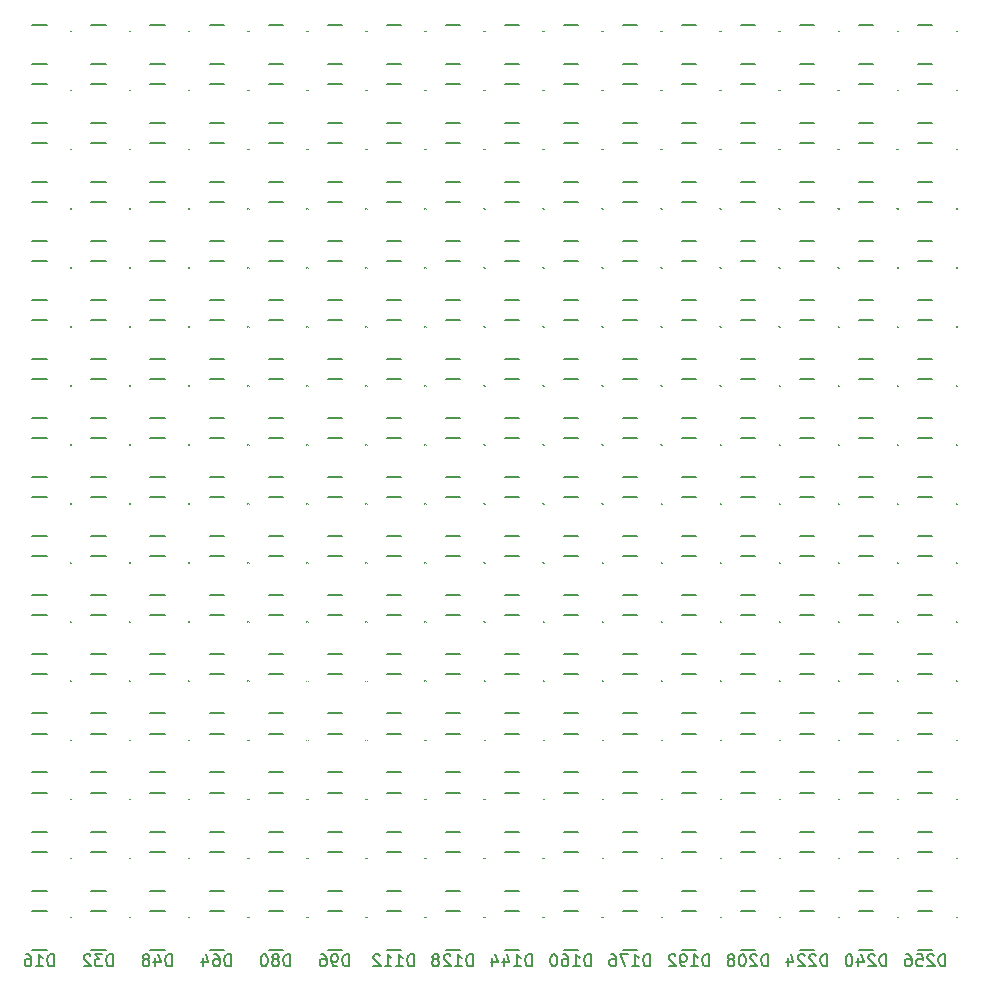
<source format=gbr>
%TF.GenerationSoftware,KiCad,Pcbnew,9.0.7*%
%TF.CreationDate,2026-02-20T11:37:08-08:00*%
%TF.ProjectId,rgb-plate,7267622d-706c-4617-9465-2e6b69636164,rev?*%
%TF.SameCoordinates,Original*%
%TF.FileFunction,Legend,Bot*%
%TF.FilePolarity,Positive*%
%FSLAX46Y46*%
G04 Gerber Fmt 4.6, Leading zero omitted, Abs format (unit mm)*
G04 Created by KiCad (PCBNEW 9.0.7) date 2026-02-20 11:37:08*
%MOMM*%
%LPD*%
G01*
G04 APERTURE LIST*
%ADD10C,0.200000*%
%ADD11C,0.100000*%
G04 APERTURE END LIST*
D10*
X140190475Y-141252219D02*
X140190475Y-140252219D01*
X140190475Y-140252219D02*
X139952380Y-140252219D01*
X139952380Y-140252219D02*
X139809523Y-140299838D01*
X139809523Y-140299838D02*
X139714285Y-140395076D01*
X139714285Y-140395076D02*
X139666666Y-140490314D01*
X139666666Y-140490314D02*
X139619047Y-140680790D01*
X139619047Y-140680790D02*
X139619047Y-140823647D01*
X139619047Y-140823647D02*
X139666666Y-141014123D01*
X139666666Y-141014123D02*
X139714285Y-141109361D01*
X139714285Y-141109361D02*
X139809523Y-141204600D01*
X139809523Y-141204600D02*
X139952380Y-141252219D01*
X139952380Y-141252219D02*
X140190475Y-141252219D01*
X138666666Y-141252219D02*
X139238094Y-141252219D01*
X138952380Y-141252219D02*
X138952380Y-140252219D01*
X138952380Y-140252219D02*
X139047618Y-140395076D01*
X139047618Y-140395076D02*
X139142856Y-140490314D01*
X139142856Y-140490314D02*
X139238094Y-140537933D01*
X138285713Y-140347457D02*
X138238094Y-140299838D01*
X138238094Y-140299838D02*
X138142856Y-140252219D01*
X138142856Y-140252219D02*
X137904761Y-140252219D01*
X137904761Y-140252219D02*
X137809523Y-140299838D01*
X137809523Y-140299838D02*
X137761904Y-140347457D01*
X137761904Y-140347457D02*
X137714285Y-140442695D01*
X137714285Y-140442695D02*
X137714285Y-140537933D01*
X137714285Y-140537933D02*
X137761904Y-140680790D01*
X137761904Y-140680790D02*
X138333332Y-141252219D01*
X138333332Y-141252219D02*
X137714285Y-141252219D01*
X137142856Y-140680790D02*
X137238094Y-140633171D01*
X137238094Y-140633171D02*
X137285713Y-140585552D01*
X137285713Y-140585552D02*
X137333332Y-140490314D01*
X137333332Y-140490314D02*
X137333332Y-140442695D01*
X137333332Y-140442695D02*
X137285713Y-140347457D01*
X137285713Y-140347457D02*
X137238094Y-140299838D01*
X137238094Y-140299838D02*
X137142856Y-140252219D01*
X137142856Y-140252219D02*
X136952380Y-140252219D01*
X136952380Y-140252219D02*
X136857142Y-140299838D01*
X136857142Y-140299838D02*
X136809523Y-140347457D01*
X136809523Y-140347457D02*
X136761904Y-140442695D01*
X136761904Y-140442695D02*
X136761904Y-140490314D01*
X136761904Y-140490314D02*
X136809523Y-140585552D01*
X136809523Y-140585552D02*
X136857142Y-140633171D01*
X136857142Y-140633171D02*
X136952380Y-140680790D01*
X136952380Y-140680790D02*
X137142856Y-140680790D01*
X137142856Y-140680790D02*
X137238094Y-140728409D01*
X137238094Y-140728409D02*
X137285713Y-140776028D01*
X137285713Y-140776028D02*
X137333332Y-140871266D01*
X137333332Y-140871266D02*
X137333332Y-141061742D01*
X137333332Y-141061742D02*
X137285713Y-141156980D01*
X137285713Y-141156980D02*
X137238094Y-141204600D01*
X137238094Y-141204600D02*
X137142856Y-141252219D01*
X137142856Y-141252219D02*
X136952380Y-141252219D01*
X136952380Y-141252219D02*
X136857142Y-141204600D01*
X136857142Y-141204600D02*
X136809523Y-141156980D01*
X136809523Y-141156980D02*
X136761904Y-141061742D01*
X136761904Y-141061742D02*
X136761904Y-140871266D01*
X136761904Y-140871266D02*
X136809523Y-140776028D01*
X136809523Y-140776028D02*
X136857142Y-140728409D01*
X136857142Y-140728409D02*
X136952380Y-140680790D01*
X155190475Y-141252219D02*
X155190475Y-140252219D01*
X155190475Y-140252219D02*
X154952380Y-140252219D01*
X154952380Y-140252219D02*
X154809523Y-140299838D01*
X154809523Y-140299838D02*
X154714285Y-140395076D01*
X154714285Y-140395076D02*
X154666666Y-140490314D01*
X154666666Y-140490314D02*
X154619047Y-140680790D01*
X154619047Y-140680790D02*
X154619047Y-140823647D01*
X154619047Y-140823647D02*
X154666666Y-141014123D01*
X154666666Y-141014123D02*
X154714285Y-141109361D01*
X154714285Y-141109361D02*
X154809523Y-141204600D01*
X154809523Y-141204600D02*
X154952380Y-141252219D01*
X154952380Y-141252219D02*
X155190475Y-141252219D01*
X153666666Y-141252219D02*
X154238094Y-141252219D01*
X153952380Y-141252219D02*
X153952380Y-140252219D01*
X153952380Y-140252219D02*
X154047618Y-140395076D01*
X154047618Y-140395076D02*
X154142856Y-140490314D01*
X154142856Y-140490314D02*
X154238094Y-140537933D01*
X153333332Y-140252219D02*
X152666666Y-140252219D01*
X152666666Y-140252219D02*
X153095237Y-141252219D01*
X151857142Y-140252219D02*
X152047618Y-140252219D01*
X152047618Y-140252219D02*
X152142856Y-140299838D01*
X152142856Y-140299838D02*
X152190475Y-140347457D01*
X152190475Y-140347457D02*
X152285713Y-140490314D01*
X152285713Y-140490314D02*
X152333332Y-140680790D01*
X152333332Y-140680790D02*
X152333332Y-141061742D01*
X152333332Y-141061742D02*
X152285713Y-141156980D01*
X152285713Y-141156980D02*
X152238094Y-141204600D01*
X152238094Y-141204600D02*
X152142856Y-141252219D01*
X152142856Y-141252219D02*
X151952380Y-141252219D01*
X151952380Y-141252219D02*
X151857142Y-141204600D01*
X151857142Y-141204600D02*
X151809523Y-141156980D01*
X151809523Y-141156980D02*
X151761904Y-141061742D01*
X151761904Y-141061742D02*
X151761904Y-140823647D01*
X151761904Y-140823647D02*
X151809523Y-140728409D01*
X151809523Y-140728409D02*
X151857142Y-140680790D01*
X151857142Y-140680790D02*
X151952380Y-140633171D01*
X151952380Y-140633171D02*
X152142856Y-140633171D01*
X152142856Y-140633171D02*
X152238094Y-140680790D01*
X152238094Y-140680790D02*
X152285713Y-140728409D01*
X152285713Y-140728409D02*
X152333332Y-140823647D01*
X175190475Y-141252219D02*
X175190475Y-140252219D01*
X175190475Y-140252219D02*
X174952380Y-140252219D01*
X174952380Y-140252219D02*
X174809523Y-140299838D01*
X174809523Y-140299838D02*
X174714285Y-140395076D01*
X174714285Y-140395076D02*
X174666666Y-140490314D01*
X174666666Y-140490314D02*
X174619047Y-140680790D01*
X174619047Y-140680790D02*
X174619047Y-140823647D01*
X174619047Y-140823647D02*
X174666666Y-141014123D01*
X174666666Y-141014123D02*
X174714285Y-141109361D01*
X174714285Y-141109361D02*
X174809523Y-141204600D01*
X174809523Y-141204600D02*
X174952380Y-141252219D01*
X174952380Y-141252219D02*
X175190475Y-141252219D01*
X174238094Y-140347457D02*
X174190475Y-140299838D01*
X174190475Y-140299838D02*
X174095237Y-140252219D01*
X174095237Y-140252219D02*
X173857142Y-140252219D01*
X173857142Y-140252219D02*
X173761904Y-140299838D01*
X173761904Y-140299838D02*
X173714285Y-140347457D01*
X173714285Y-140347457D02*
X173666666Y-140442695D01*
X173666666Y-140442695D02*
X173666666Y-140537933D01*
X173666666Y-140537933D02*
X173714285Y-140680790D01*
X173714285Y-140680790D02*
X174285713Y-141252219D01*
X174285713Y-141252219D02*
X173666666Y-141252219D01*
X172809523Y-140585552D02*
X172809523Y-141252219D01*
X173047618Y-140204600D02*
X173285713Y-140918885D01*
X173285713Y-140918885D02*
X172666666Y-140918885D01*
X172095237Y-140252219D02*
X171999999Y-140252219D01*
X171999999Y-140252219D02*
X171904761Y-140299838D01*
X171904761Y-140299838D02*
X171857142Y-140347457D01*
X171857142Y-140347457D02*
X171809523Y-140442695D01*
X171809523Y-140442695D02*
X171761904Y-140633171D01*
X171761904Y-140633171D02*
X171761904Y-140871266D01*
X171761904Y-140871266D02*
X171809523Y-141061742D01*
X171809523Y-141061742D02*
X171857142Y-141156980D01*
X171857142Y-141156980D02*
X171904761Y-141204600D01*
X171904761Y-141204600D02*
X171999999Y-141252219D01*
X171999999Y-141252219D02*
X172095237Y-141252219D01*
X172095237Y-141252219D02*
X172190475Y-141204600D01*
X172190475Y-141204600D02*
X172238094Y-141156980D01*
X172238094Y-141156980D02*
X172285713Y-141061742D01*
X172285713Y-141061742D02*
X172333332Y-140871266D01*
X172333332Y-140871266D02*
X172333332Y-140633171D01*
X172333332Y-140633171D02*
X172285713Y-140442695D01*
X172285713Y-140442695D02*
X172238094Y-140347457D01*
X172238094Y-140347457D02*
X172190475Y-140299838D01*
X172190475Y-140299838D02*
X172095237Y-140252219D01*
X124714285Y-141252219D02*
X124714285Y-140252219D01*
X124714285Y-140252219D02*
X124476190Y-140252219D01*
X124476190Y-140252219D02*
X124333333Y-140299838D01*
X124333333Y-140299838D02*
X124238095Y-140395076D01*
X124238095Y-140395076D02*
X124190476Y-140490314D01*
X124190476Y-140490314D02*
X124142857Y-140680790D01*
X124142857Y-140680790D02*
X124142857Y-140823647D01*
X124142857Y-140823647D02*
X124190476Y-141014123D01*
X124190476Y-141014123D02*
X124238095Y-141109361D01*
X124238095Y-141109361D02*
X124333333Y-141204600D01*
X124333333Y-141204600D02*
X124476190Y-141252219D01*
X124476190Y-141252219D02*
X124714285Y-141252219D01*
X123571428Y-140680790D02*
X123666666Y-140633171D01*
X123666666Y-140633171D02*
X123714285Y-140585552D01*
X123714285Y-140585552D02*
X123761904Y-140490314D01*
X123761904Y-140490314D02*
X123761904Y-140442695D01*
X123761904Y-140442695D02*
X123714285Y-140347457D01*
X123714285Y-140347457D02*
X123666666Y-140299838D01*
X123666666Y-140299838D02*
X123571428Y-140252219D01*
X123571428Y-140252219D02*
X123380952Y-140252219D01*
X123380952Y-140252219D02*
X123285714Y-140299838D01*
X123285714Y-140299838D02*
X123238095Y-140347457D01*
X123238095Y-140347457D02*
X123190476Y-140442695D01*
X123190476Y-140442695D02*
X123190476Y-140490314D01*
X123190476Y-140490314D02*
X123238095Y-140585552D01*
X123238095Y-140585552D02*
X123285714Y-140633171D01*
X123285714Y-140633171D02*
X123380952Y-140680790D01*
X123380952Y-140680790D02*
X123571428Y-140680790D01*
X123571428Y-140680790D02*
X123666666Y-140728409D01*
X123666666Y-140728409D02*
X123714285Y-140776028D01*
X123714285Y-140776028D02*
X123761904Y-140871266D01*
X123761904Y-140871266D02*
X123761904Y-141061742D01*
X123761904Y-141061742D02*
X123714285Y-141156980D01*
X123714285Y-141156980D02*
X123666666Y-141204600D01*
X123666666Y-141204600D02*
X123571428Y-141252219D01*
X123571428Y-141252219D02*
X123380952Y-141252219D01*
X123380952Y-141252219D02*
X123285714Y-141204600D01*
X123285714Y-141204600D02*
X123238095Y-141156980D01*
X123238095Y-141156980D02*
X123190476Y-141061742D01*
X123190476Y-141061742D02*
X123190476Y-140871266D01*
X123190476Y-140871266D02*
X123238095Y-140776028D01*
X123238095Y-140776028D02*
X123285714Y-140728409D01*
X123285714Y-140728409D02*
X123380952Y-140680790D01*
X122571428Y-140252219D02*
X122476190Y-140252219D01*
X122476190Y-140252219D02*
X122380952Y-140299838D01*
X122380952Y-140299838D02*
X122333333Y-140347457D01*
X122333333Y-140347457D02*
X122285714Y-140442695D01*
X122285714Y-140442695D02*
X122238095Y-140633171D01*
X122238095Y-140633171D02*
X122238095Y-140871266D01*
X122238095Y-140871266D02*
X122285714Y-141061742D01*
X122285714Y-141061742D02*
X122333333Y-141156980D01*
X122333333Y-141156980D02*
X122380952Y-141204600D01*
X122380952Y-141204600D02*
X122476190Y-141252219D01*
X122476190Y-141252219D02*
X122571428Y-141252219D01*
X122571428Y-141252219D02*
X122666666Y-141204600D01*
X122666666Y-141204600D02*
X122714285Y-141156980D01*
X122714285Y-141156980D02*
X122761904Y-141061742D01*
X122761904Y-141061742D02*
X122809523Y-140871266D01*
X122809523Y-140871266D02*
X122809523Y-140633171D01*
X122809523Y-140633171D02*
X122761904Y-140442695D01*
X122761904Y-140442695D02*
X122714285Y-140347457D01*
X122714285Y-140347457D02*
X122666666Y-140299838D01*
X122666666Y-140299838D02*
X122571428Y-140252219D01*
X104714285Y-141252219D02*
X104714285Y-140252219D01*
X104714285Y-140252219D02*
X104476190Y-140252219D01*
X104476190Y-140252219D02*
X104333333Y-140299838D01*
X104333333Y-140299838D02*
X104238095Y-140395076D01*
X104238095Y-140395076D02*
X104190476Y-140490314D01*
X104190476Y-140490314D02*
X104142857Y-140680790D01*
X104142857Y-140680790D02*
X104142857Y-140823647D01*
X104142857Y-140823647D02*
X104190476Y-141014123D01*
X104190476Y-141014123D02*
X104238095Y-141109361D01*
X104238095Y-141109361D02*
X104333333Y-141204600D01*
X104333333Y-141204600D02*
X104476190Y-141252219D01*
X104476190Y-141252219D02*
X104714285Y-141252219D01*
X103190476Y-141252219D02*
X103761904Y-141252219D01*
X103476190Y-141252219D02*
X103476190Y-140252219D01*
X103476190Y-140252219D02*
X103571428Y-140395076D01*
X103571428Y-140395076D02*
X103666666Y-140490314D01*
X103666666Y-140490314D02*
X103761904Y-140537933D01*
X102333333Y-140252219D02*
X102523809Y-140252219D01*
X102523809Y-140252219D02*
X102619047Y-140299838D01*
X102619047Y-140299838D02*
X102666666Y-140347457D01*
X102666666Y-140347457D02*
X102761904Y-140490314D01*
X102761904Y-140490314D02*
X102809523Y-140680790D01*
X102809523Y-140680790D02*
X102809523Y-141061742D01*
X102809523Y-141061742D02*
X102761904Y-141156980D01*
X102761904Y-141156980D02*
X102714285Y-141204600D01*
X102714285Y-141204600D02*
X102619047Y-141252219D01*
X102619047Y-141252219D02*
X102428571Y-141252219D01*
X102428571Y-141252219D02*
X102333333Y-141204600D01*
X102333333Y-141204600D02*
X102285714Y-141156980D01*
X102285714Y-141156980D02*
X102238095Y-141061742D01*
X102238095Y-141061742D02*
X102238095Y-140823647D01*
X102238095Y-140823647D02*
X102285714Y-140728409D01*
X102285714Y-140728409D02*
X102333333Y-140680790D01*
X102333333Y-140680790D02*
X102428571Y-140633171D01*
X102428571Y-140633171D02*
X102619047Y-140633171D01*
X102619047Y-140633171D02*
X102714285Y-140680790D01*
X102714285Y-140680790D02*
X102761904Y-140728409D01*
X102761904Y-140728409D02*
X102809523Y-140823647D01*
X150190475Y-141252219D02*
X150190475Y-140252219D01*
X150190475Y-140252219D02*
X149952380Y-140252219D01*
X149952380Y-140252219D02*
X149809523Y-140299838D01*
X149809523Y-140299838D02*
X149714285Y-140395076D01*
X149714285Y-140395076D02*
X149666666Y-140490314D01*
X149666666Y-140490314D02*
X149619047Y-140680790D01*
X149619047Y-140680790D02*
X149619047Y-140823647D01*
X149619047Y-140823647D02*
X149666666Y-141014123D01*
X149666666Y-141014123D02*
X149714285Y-141109361D01*
X149714285Y-141109361D02*
X149809523Y-141204600D01*
X149809523Y-141204600D02*
X149952380Y-141252219D01*
X149952380Y-141252219D02*
X150190475Y-141252219D01*
X148666666Y-141252219D02*
X149238094Y-141252219D01*
X148952380Y-141252219D02*
X148952380Y-140252219D01*
X148952380Y-140252219D02*
X149047618Y-140395076D01*
X149047618Y-140395076D02*
X149142856Y-140490314D01*
X149142856Y-140490314D02*
X149238094Y-140537933D01*
X147809523Y-140252219D02*
X147999999Y-140252219D01*
X147999999Y-140252219D02*
X148095237Y-140299838D01*
X148095237Y-140299838D02*
X148142856Y-140347457D01*
X148142856Y-140347457D02*
X148238094Y-140490314D01*
X148238094Y-140490314D02*
X148285713Y-140680790D01*
X148285713Y-140680790D02*
X148285713Y-141061742D01*
X148285713Y-141061742D02*
X148238094Y-141156980D01*
X148238094Y-141156980D02*
X148190475Y-141204600D01*
X148190475Y-141204600D02*
X148095237Y-141252219D01*
X148095237Y-141252219D02*
X147904761Y-141252219D01*
X147904761Y-141252219D02*
X147809523Y-141204600D01*
X147809523Y-141204600D02*
X147761904Y-141156980D01*
X147761904Y-141156980D02*
X147714285Y-141061742D01*
X147714285Y-141061742D02*
X147714285Y-140823647D01*
X147714285Y-140823647D02*
X147761904Y-140728409D01*
X147761904Y-140728409D02*
X147809523Y-140680790D01*
X147809523Y-140680790D02*
X147904761Y-140633171D01*
X147904761Y-140633171D02*
X148095237Y-140633171D01*
X148095237Y-140633171D02*
X148190475Y-140680790D01*
X148190475Y-140680790D02*
X148238094Y-140728409D01*
X148238094Y-140728409D02*
X148285713Y-140823647D01*
X147095237Y-140252219D02*
X146999999Y-140252219D01*
X146999999Y-140252219D02*
X146904761Y-140299838D01*
X146904761Y-140299838D02*
X146857142Y-140347457D01*
X146857142Y-140347457D02*
X146809523Y-140442695D01*
X146809523Y-140442695D02*
X146761904Y-140633171D01*
X146761904Y-140633171D02*
X146761904Y-140871266D01*
X146761904Y-140871266D02*
X146809523Y-141061742D01*
X146809523Y-141061742D02*
X146857142Y-141156980D01*
X146857142Y-141156980D02*
X146904761Y-141204600D01*
X146904761Y-141204600D02*
X146999999Y-141252219D01*
X146999999Y-141252219D02*
X147095237Y-141252219D01*
X147095237Y-141252219D02*
X147190475Y-141204600D01*
X147190475Y-141204600D02*
X147238094Y-141156980D01*
X147238094Y-141156980D02*
X147285713Y-141061742D01*
X147285713Y-141061742D02*
X147333332Y-140871266D01*
X147333332Y-140871266D02*
X147333332Y-140633171D01*
X147333332Y-140633171D02*
X147285713Y-140442695D01*
X147285713Y-140442695D02*
X147238094Y-140347457D01*
X147238094Y-140347457D02*
X147190475Y-140299838D01*
X147190475Y-140299838D02*
X147095237Y-140252219D01*
X145190475Y-141252219D02*
X145190475Y-140252219D01*
X145190475Y-140252219D02*
X144952380Y-140252219D01*
X144952380Y-140252219D02*
X144809523Y-140299838D01*
X144809523Y-140299838D02*
X144714285Y-140395076D01*
X144714285Y-140395076D02*
X144666666Y-140490314D01*
X144666666Y-140490314D02*
X144619047Y-140680790D01*
X144619047Y-140680790D02*
X144619047Y-140823647D01*
X144619047Y-140823647D02*
X144666666Y-141014123D01*
X144666666Y-141014123D02*
X144714285Y-141109361D01*
X144714285Y-141109361D02*
X144809523Y-141204600D01*
X144809523Y-141204600D02*
X144952380Y-141252219D01*
X144952380Y-141252219D02*
X145190475Y-141252219D01*
X143666666Y-141252219D02*
X144238094Y-141252219D01*
X143952380Y-141252219D02*
X143952380Y-140252219D01*
X143952380Y-140252219D02*
X144047618Y-140395076D01*
X144047618Y-140395076D02*
X144142856Y-140490314D01*
X144142856Y-140490314D02*
X144238094Y-140537933D01*
X142809523Y-140585552D02*
X142809523Y-141252219D01*
X143047618Y-140204600D02*
X143285713Y-140918885D01*
X143285713Y-140918885D02*
X142666666Y-140918885D01*
X141857142Y-140585552D02*
X141857142Y-141252219D01*
X142095237Y-140204600D02*
X142333332Y-140918885D01*
X142333332Y-140918885D02*
X141714285Y-140918885D01*
X109714285Y-141252219D02*
X109714285Y-140252219D01*
X109714285Y-140252219D02*
X109476190Y-140252219D01*
X109476190Y-140252219D02*
X109333333Y-140299838D01*
X109333333Y-140299838D02*
X109238095Y-140395076D01*
X109238095Y-140395076D02*
X109190476Y-140490314D01*
X109190476Y-140490314D02*
X109142857Y-140680790D01*
X109142857Y-140680790D02*
X109142857Y-140823647D01*
X109142857Y-140823647D02*
X109190476Y-141014123D01*
X109190476Y-141014123D02*
X109238095Y-141109361D01*
X109238095Y-141109361D02*
X109333333Y-141204600D01*
X109333333Y-141204600D02*
X109476190Y-141252219D01*
X109476190Y-141252219D02*
X109714285Y-141252219D01*
X108809523Y-140252219D02*
X108190476Y-140252219D01*
X108190476Y-140252219D02*
X108523809Y-140633171D01*
X108523809Y-140633171D02*
X108380952Y-140633171D01*
X108380952Y-140633171D02*
X108285714Y-140680790D01*
X108285714Y-140680790D02*
X108238095Y-140728409D01*
X108238095Y-140728409D02*
X108190476Y-140823647D01*
X108190476Y-140823647D02*
X108190476Y-141061742D01*
X108190476Y-141061742D02*
X108238095Y-141156980D01*
X108238095Y-141156980D02*
X108285714Y-141204600D01*
X108285714Y-141204600D02*
X108380952Y-141252219D01*
X108380952Y-141252219D02*
X108666666Y-141252219D01*
X108666666Y-141252219D02*
X108761904Y-141204600D01*
X108761904Y-141204600D02*
X108809523Y-141156980D01*
X107809523Y-140347457D02*
X107761904Y-140299838D01*
X107761904Y-140299838D02*
X107666666Y-140252219D01*
X107666666Y-140252219D02*
X107428571Y-140252219D01*
X107428571Y-140252219D02*
X107333333Y-140299838D01*
X107333333Y-140299838D02*
X107285714Y-140347457D01*
X107285714Y-140347457D02*
X107238095Y-140442695D01*
X107238095Y-140442695D02*
X107238095Y-140537933D01*
X107238095Y-140537933D02*
X107285714Y-140680790D01*
X107285714Y-140680790D02*
X107857142Y-141252219D01*
X107857142Y-141252219D02*
X107238095Y-141252219D01*
X129714285Y-141252219D02*
X129714285Y-140252219D01*
X129714285Y-140252219D02*
X129476190Y-140252219D01*
X129476190Y-140252219D02*
X129333333Y-140299838D01*
X129333333Y-140299838D02*
X129238095Y-140395076D01*
X129238095Y-140395076D02*
X129190476Y-140490314D01*
X129190476Y-140490314D02*
X129142857Y-140680790D01*
X129142857Y-140680790D02*
X129142857Y-140823647D01*
X129142857Y-140823647D02*
X129190476Y-141014123D01*
X129190476Y-141014123D02*
X129238095Y-141109361D01*
X129238095Y-141109361D02*
X129333333Y-141204600D01*
X129333333Y-141204600D02*
X129476190Y-141252219D01*
X129476190Y-141252219D02*
X129714285Y-141252219D01*
X128666666Y-141252219D02*
X128476190Y-141252219D01*
X128476190Y-141252219D02*
X128380952Y-141204600D01*
X128380952Y-141204600D02*
X128333333Y-141156980D01*
X128333333Y-141156980D02*
X128238095Y-141014123D01*
X128238095Y-141014123D02*
X128190476Y-140823647D01*
X128190476Y-140823647D02*
X128190476Y-140442695D01*
X128190476Y-140442695D02*
X128238095Y-140347457D01*
X128238095Y-140347457D02*
X128285714Y-140299838D01*
X128285714Y-140299838D02*
X128380952Y-140252219D01*
X128380952Y-140252219D02*
X128571428Y-140252219D01*
X128571428Y-140252219D02*
X128666666Y-140299838D01*
X128666666Y-140299838D02*
X128714285Y-140347457D01*
X128714285Y-140347457D02*
X128761904Y-140442695D01*
X128761904Y-140442695D02*
X128761904Y-140680790D01*
X128761904Y-140680790D02*
X128714285Y-140776028D01*
X128714285Y-140776028D02*
X128666666Y-140823647D01*
X128666666Y-140823647D02*
X128571428Y-140871266D01*
X128571428Y-140871266D02*
X128380952Y-140871266D01*
X128380952Y-140871266D02*
X128285714Y-140823647D01*
X128285714Y-140823647D02*
X128238095Y-140776028D01*
X128238095Y-140776028D02*
X128190476Y-140680790D01*
X127333333Y-140252219D02*
X127523809Y-140252219D01*
X127523809Y-140252219D02*
X127619047Y-140299838D01*
X127619047Y-140299838D02*
X127666666Y-140347457D01*
X127666666Y-140347457D02*
X127761904Y-140490314D01*
X127761904Y-140490314D02*
X127809523Y-140680790D01*
X127809523Y-140680790D02*
X127809523Y-141061742D01*
X127809523Y-141061742D02*
X127761904Y-141156980D01*
X127761904Y-141156980D02*
X127714285Y-141204600D01*
X127714285Y-141204600D02*
X127619047Y-141252219D01*
X127619047Y-141252219D02*
X127428571Y-141252219D01*
X127428571Y-141252219D02*
X127333333Y-141204600D01*
X127333333Y-141204600D02*
X127285714Y-141156980D01*
X127285714Y-141156980D02*
X127238095Y-141061742D01*
X127238095Y-141061742D02*
X127238095Y-140823647D01*
X127238095Y-140823647D02*
X127285714Y-140728409D01*
X127285714Y-140728409D02*
X127333333Y-140680790D01*
X127333333Y-140680790D02*
X127428571Y-140633171D01*
X127428571Y-140633171D02*
X127619047Y-140633171D01*
X127619047Y-140633171D02*
X127714285Y-140680790D01*
X127714285Y-140680790D02*
X127761904Y-140728409D01*
X127761904Y-140728409D02*
X127809523Y-140823647D01*
X114714285Y-141252219D02*
X114714285Y-140252219D01*
X114714285Y-140252219D02*
X114476190Y-140252219D01*
X114476190Y-140252219D02*
X114333333Y-140299838D01*
X114333333Y-140299838D02*
X114238095Y-140395076D01*
X114238095Y-140395076D02*
X114190476Y-140490314D01*
X114190476Y-140490314D02*
X114142857Y-140680790D01*
X114142857Y-140680790D02*
X114142857Y-140823647D01*
X114142857Y-140823647D02*
X114190476Y-141014123D01*
X114190476Y-141014123D02*
X114238095Y-141109361D01*
X114238095Y-141109361D02*
X114333333Y-141204600D01*
X114333333Y-141204600D02*
X114476190Y-141252219D01*
X114476190Y-141252219D02*
X114714285Y-141252219D01*
X113285714Y-140585552D02*
X113285714Y-141252219D01*
X113523809Y-140204600D02*
X113761904Y-140918885D01*
X113761904Y-140918885D02*
X113142857Y-140918885D01*
X112619047Y-140680790D02*
X112714285Y-140633171D01*
X112714285Y-140633171D02*
X112761904Y-140585552D01*
X112761904Y-140585552D02*
X112809523Y-140490314D01*
X112809523Y-140490314D02*
X112809523Y-140442695D01*
X112809523Y-140442695D02*
X112761904Y-140347457D01*
X112761904Y-140347457D02*
X112714285Y-140299838D01*
X112714285Y-140299838D02*
X112619047Y-140252219D01*
X112619047Y-140252219D02*
X112428571Y-140252219D01*
X112428571Y-140252219D02*
X112333333Y-140299838D01*
X112333333Y-140299838D02*
X112285714Y-140347457D01*
X112285714Y-140347457D02*
X112238095Y-140442695D01*
X112238095Y-140442695D02*
X112238095Y-140490314D01*
X112238095Y-140490314D02*
X112285714Y-140585552D01*
X112285714Y-140585552D02*
X112333333Y-140633171D01*
X112333333Y-140633171D02*
X112428571Y-140680790D01*
X112428571Y-140680790D02*
X112619047Y-140680790D01*
X112619047Y-140680790D02*
X112714285Y-140728409D01*
X112714285Y-140728409D02*
X112761904Y-140776028D01*
X112761904Y-140776028D02*
X112809523Y-140871266D01*
X112809523Y-140871266D02*
X112809523Y-141061742D01*
X112809523Y-141061742D02*
X112761904Y-141156980D01*
X112761904Y-141156980D02*
X112714285Y-141204600D01*
X112714285Y-141204600D02*
X112619047Y-141252219D01*
X112619047Y-141252219D02*
X112428571Y-141252219D01*
X112428571Y-141252219D02*
X112333333Y-141204600D01*
X112333333Y-141204600D02*
X112285714Y-141156980D01*
X112285714Y-141156980D02*
X112238095Y-141061742D01*
X112238095Y-141061742D02*
X112238095Y-140871266D01*
X112238095Y-140871266D02*
X112285714Y-140776028D01*
X112285714Y-140776028D02*
X112333333Y-140728409D01*
X112333333Y-140728409D02*
X112428571Y-140680790D01*
X165190475Y-141252219D02*
X165190475Y-140252219D01*
X165190475Y-140252219D02*
X164952380Y-140252219D01*
X164952380Y-140252219D02*
X164809523Y-140299838D01*
X164809523Y-140299838D02*
X164714285Y-140395076D01*
X164714285Y-140395076D02*
X164666666Y-140490314D01*
X164666666Y-140490314D02*
X164619047Y-140680790D01*
X164619047Y-140680790D02*
X164619047Y-140823647D01*
X164619047Y-140823647D02*
X164666666Y-141014123D01*
X164666666Y-141014123D02*
X164714285Y-141109361D01*
X164714285Y-141109361D02*
X164809523Y-141204600D01*
X164809523Y-141204600D02*
X164952380Y-141252219D01*
X164952380Y-141252219D02*
X165190475Y-141252219D01*
X164238094Y-140347457D02*
X164190475Y-140299838D01*
X164190475Y-140299838D02*
X164095237Y-140252219D01*
X164095237Y-140252219D02*
X163857142Y-140252219D01*
X163857142Y-140252219D02*
X163761904Y-140299838D01*
X163761904Y-140299838D02*
X163714285Y-140347457D01*
X163714285Y-140347457D02*
X163666666Y-140442695D01*
X163666666Y-140442695D02*
X163666666Y-140537933D01*
X163666666Y-140537933D02*
X163714285Y-140680790D01*
X163714285Y-140680790D02*
X164285713Y-141252219D01*
X164285713Y-141252219D02*
X163666666Y-141252219D01*
X163047618Y-140252219D02*
X162952380Y-140252219D01*
X162952380Y-140252219D02*
X162857142Y-140299838D01*
X162857142Y-140299838D02*
X162809523Y-140347457D01*
X162809523Y-140347457D02*
X162761904Y-140442695D01*
X162761904Y-140442695D02*
X162714285Y-140633171D01*
X162714285Y-140633171D02*
X162714285Y-140871266D01*
X162714285Y-140871266D02*
X162761904Y-141061742D01*
X162761904Y-141061742D02*
X162809523Y-141156980D01*
X162809523Y-141156980D02*
X162857142Y-141204600D01*
X162857142Y-141204600D02*
X162952380Y-141252219D01*
X162952380Y-141252219D02*
X163047618Y-141252219D01*
X163047618Y-141252219D02*
X163142856Y-141204600D01*
X163142856Y-141204600D02*
X163190475Y-141156980D01*
X163190475Y-141156980D02*
X163238094Y-141061742D01*
X163238094Y-141061742D02*
X163285713Y-140871266D01*
X163285713Y-140871266D02*
X163285713Y-140633171D01*
X163285713Y-140633171D02*
X163238094Y-140442695D01*
X163238094Y-140442695D02*
X163190475Y-140347457D01*
X163190475Y-140347457D02*
X163142856Y-140299838D01*
X163142856Y-140299838D02*
X163047618Y-140252219D01*
X162142856Y-140680790D02*
X162238094Y-140633171D01*
X162238094Y-140633171D02*
X162285713Y-140585552D01*
X162285713Y-140585552D02*
X162333332Y-140490314D01*
X162333332Y-140490314D02*
X162333332Y-140442695D01*
X162333332Y-140442695D02*
X162285713Y-140347457D01*
X162285713Y-140347457D02*
X162238094Y-140299838D01*
X162238094Y-140299838D02*
X162142856Y-140252219D01*
X162142856Y-140252219D02*
X161952380Y-140252219D01*
X161952380Y-140252219D02*
X161857142Y-140299838D01*
X161857142Y-140299838D02*
X161809523Y-140347457D01*
X161809523Y-140347457D02*
X161761904Y-140442695D01*
X161761904Y-140442695D02*
X161761904Y-140490314D01*
X161761904Y-140490314D02*
X161809523Y-140585552D01*
X161809523Y-140585552D02*
X161857142Y-140633171D01*
X161857142Y-140633171D02*
X161952380Y-140680790D01*
X161952380Y-140680790D02*
X162142856Y-140680790D01*
X162142856Y-140680790D02*
X162238094Y-140728409D01*
X162238094Y-140728409D02*
X162285713Y-140776028D01*
X162285713Y-140776028D02*
X162333332Y-140871266D01*
X162333332Y-140871266D02*
X162333332Y-141061742D01*
X162333332Y-141061742D02*
X162285713Y-141156980D01*
X162285713Y-141156980D02*
X162238094Y-141204600D01*
X162238094Y-141204600D02*
X162142856Y-141252219D01*
X162142856Y-141252219D02*
X161952380Y-141252219D01*
X161952380Y-141252219D02*
X161857142Y-141204600D01*
X161857142Y-141204600D02*
X161809523Y-141156980D01*
X161809523Y-141156980D02*
X161761904Y-141061742D01*
X161761904Y-141061742D02*
X161761904Y-140871266D01*
X161761904Y-140871266D02*
X161809523Y-140776028D01*
X161809523Y-140776028D02*
X161857142Y-140728409D01*
X161857142Y-140728409D02*
X161952380Y-140680790D01*
X135190475Y-141252219D02*
X135190475Y-140252219D01*
X135190475Y-140252219D02*
X134952380Y-140252219D01*
X134952380Y-140252219D02*
X134809523Y-140299838D01*
X134809523Y-140299838D02*
X134714285Y-140395076D01*
X134714285Y-140395076D02*
X134666666Y-140490314D01*
X134666666Y-140490314D02*
X134619047Y-140680790D01*
X134619047Y-140680790D02*
X134619047Y-140823647D01*
X134619047Y-140823647D02*
X134666666Y-141014123D01*
X134666666Y-141014123D02*
X134714285Y-141109361D01*
X134714285Y-141109361D02*
X134809523Y-141204600D01*
X134809523Y-141204600D02*
X134952380Y-141252219D01*
X134952380Y-141252219D02*
X135190475Y-141252219D01*
X133666666Y-141252219D02*
X134238094Y-141252219D01*
X133952380Y-141252219D02*
X133952380Y-140252219D01*
X133952380Y-140252219D02*
X134047618Y-140395076D01*
X134047618Y-140395076D02*
X134142856Y-140490314D01*
X134142856Y-140490314D02*
X134238094Y-140537933D01*
X132714285Y-141252219D02*
X133285713Y-141252219D01*
X132999999Y-141252219D02*
X132999999Y-140252219D01*
X132999999Y-140252219D02*
X133095237Y-140395076D01*
X133095237Y-140395076D02*
X133190475Y-140490314D01*
X133190475Y-140490314D02*
X133285713Y-140537933D01*
X132333332Y-140347457D02*
X132285713Y-140299838D01*
X132285713Y-140299838D02*
X132190475Y-140252219D01*
X132190475Y-140252219D02*
X131952380Y-140252219D01*
X131952380Y-140252219D02*
X131857142Y-140299838D01*
X131857142Y-140299838D02*
X131809523Y-140347457D01*
X131809523Y-140347457D02*
X131761904Y-140442695D01*
X131761904Y-140442695D02*
X131761904Y-140537933D01*
X131761904Y-140537933D02*
X131809523Y-140680790D01*
X131809523Y-140680790D02*
X132380951Y-141252219D01*
X132380951Y-141252219D02*
X131761904Y-141252219D01*
X170190475Y-141252219D02*
X170190475Y-140252219D01*
X170190475Y-140252219D02*
X169952380Y-140252219D01*
X169952380Y-140252219D02*
X169809523Y-140299838D01*
X169809523Y-140299838D02*
X169714285Y-140395076D01*
X169714285Y-140395076D02*
X169666666Y-140490314D01*
X169666666Y-140490314D02*
X169619047Y-140680790D01*
X169619047Y-140680790D02*
X169619047Y-140823647D01*
X169619047Y-140823647D02*
X169666666Y-141014123D01*
X169666666Y-141014123D02*
X169714285Y-141109361D01*
X169714285Y-141109361D02*
X169809523Y-141204600D01*
X169809523Y-141204600D02*
X169952380Y-141252219D01*
X169952380Y-141252219D02*
X170190475Y-141252219D01*
X169238094Y-140347457D02*
X169190475Y-140299838D01*
X169190475Y-140299838D02*
X169095237Y-140252219D01*
X169095237Y-140252219D02*
X168857142Y-140252219D01*
X168857142Y-140252219D02*
X168761904Y-140299838D01*
X168761904Y-140299838D02*
X168714285Y-140347457D01*
X168714285Y-140347457D02*
X168666666Y-140442695D01*
X168666666Y-140442695D02*
X168666666Y-140537933D01*
X168666666Y-140537933D02*
X168714285Y-140680790D01*
X168714285Y-140680790D02*
X169285713Y-141252219D01*
X169285713Y-141252219D02*
X168666666Y-141252219D01*
X168285713Y-140347457D02*
X168238094Y-140299838D01*
X168238094Y-140299838D02*
X168142856Y-140252219D01*
X168142856Y-140252219D02*
X167904761Y-140252219D01*
X167904761Y-140252219D02*
X167809523Y-140299838D01*
X167809523Y-140299838D02*
X167761904Y-140347457D01*
X167761904Y-140347457D02*
X167714285Y-140442695D01*
X167714285Y-140442695D02*
X167714285Y-140537933D01*
X167714285Y-140537933D02*
X167761904Y-140680790D01*
X167761904Y-140680790D02*
X168333332Y-141252219D01*
X168333332Y-141252219D02*
X167714285Y-141252219D01*
X166857142Y-140585552D02*
X166857142Y-141252219D01*
X167095237Y-140204600D02*
X167333332Y-140918885D01*
X167333332Y-140918885D02*
X166714285Y-140918885D01*
X180190475Y-141252219D02*
X180190475Y-140252219D01*
X180190475Y-140252219D02*
X179952380Y-140252219D01*
X179952380Y-140252219D02*
X179809523Y-140299838D01*
X179809523Y-140299838D02*
X179714285Y-140395076D01*
X179714285Y-140395076D02*
X179666666Y-140490314D01*
X179666666Y-140490314D02*
X179619047Y-140680790D01*
X179619047Y-140680790D02*
X179619047Y-140823647D01*
X179619047Y-140823647D02*
X179666666Y-141014123D01*
X179666666Y-141014123D02*
X179714285Y-141109361D01*
X179714285Y-141109361D02*
X179809523Y-141204600D01*
X179809523Y-141204600D02*
X179952380Y-141252219D01*
X179952380Y-141252219D02*
X180190475Y-141252219D01*
X179238094Y-140347457D02*
X179190475Y-140299838D01*
X179190475Y-140299838D02*
X179095237Y-140252219D01*
X179095237Y-140252219D02*
X178857142Y-140252219D01*
X178857142Y-140252219D02*
X178761904Y-140299838D01*
X178761904Y-140299838D02*
X178714285Y-140347457D01*
X178714285Y-140347457D02*
X178666666Y-140442695D01*
X178666666Y-140442695D02*
X178666666Y-140537933D01*
X178666666Y-140537933D02*
X178714285Y-140680790D01*
X178714285Y-140680790D02*
X179285713Y-141252219D01*
X179285713Y-141252219D02*
X178666666Y-141252219D01*
X177761904Y-140252219D02*
X178238094Y-140252219D01*
X178238094Y-140252219D02*
X178285713Y-140728409D01*
X178285713Y-140728409D02*
X178238094Y-140680790D01*
X178238094Y-140680790D02*
X178142856Y-140633171D01*
X178142856Y-140633171D02*
X177904761Y-140633171D01*
X177904761Y-140633171D02*
X177809523Y-140680790D01*
X177809523Y-140680790D02*
X177761904Y-140728409D01*
X177761904Y-140728409D02*
X177714285Y-140823647D01*
X177714285Y-140823647D02*
X177714285Y-141061742D01*
X177714285Y-141061742D02*
X177761904Y-141156980D01*
X177761904Y-141156980D02*
X177809523Y-141204600D01*
X177809523Y-141204600D02*
X177904761Y-141252219D01*
X177904761Y-141252219D02*
X178142856Y-141252219D01*
X178142856Y-141252219D02*
X178238094Y-141204600D01*
X178238094Y-141204600D02*
X178285713Y-141156980D01*
X176857142Y-140252219D02*
X177047618Y-140252219D01*
X177047618Y-140252219D02*
X177142856Y-140299838D01*
X177142856Y-140299838D02*
X177190475Y-140347457D01*
X177190475Y-140347457D02*
X177285713Y-140490314D01*
X177285713Y-140490314D02*
X177333332Y-140680790D01*
X177333332Y-140680790D02*
X177333332Y-141061742D01*
X177333332Y-141061742D02*
X177285713Y-141156980D01*
X177285713Y-141156980D02*
X177238094Y-141204600D01*
X177238094Y-141204600D02*
X177142856Y-141252219D01*
X177142856Y-141252219D02*
X176952380Y-141252219D01*
X176952380Y-141252219D02*
X176857142Y-141204600D01*
X176857142Y-141204600D02*
X176809523Y-141156980D01*
X176809523Y-141156980D02*
X176761904Y-141061742D01*
X176761904Y-141061742D02*
X176761904Y-140823647D01*
X176761904Y-140823647D02*
X176809523Y-140728409D01*
X176809523Y-140728409D02*
X176857142Y-140680790D01*
X176857142Y-140680790D02*
X176952380Y-140633171D01*
X176952380Y-140633171D02*
X177142856Y-140633171D01*
X177142856Y-140633171D02*
X177238094Y-140680790D01*
X177238094Y-140680790D02*
X177285713Y-140728409D01*
X177285713Y-140728409D02*
X177333332Y-140823647D01*
X160190475Y-141252219D02*
X160190475Y-140252219D01*
X160190475Y-140252219D02*
X159952380Y-140252219D01*
X159952380Y-140252219D02*
X159809523Y-140299838D01*
X159809523Y-140299838D02*
X159714285Y-140395076D01*
X159714285Y-140395076D02*
X159666666Y-140490314D01*
X159666666Y-140490314D02*
X159619047Y-140680790D01*
X159619047Y-140680790D02*
X159619047Y-140823647D01*
X159619047Y-140823647D02*
X159666666Y-141014123D01*
X159666666Y-141014123D02*
X159714285Y-141109361D01*
X159714285Y-141109361D02*
X159809523Y-141204600D01*
X159809523Y-141204600D02*
X159952380Y-141252219D01*
X159952380Y-141252219D02*
X160190475Y-141252219D01*
X158666666Y-141252219D02*
X159238094Y-141252219D01*
X158952380Y-141252219D02*
X158952380Y-140252219D01*
X158952380Y-140252219D02*
X159047618Y-140395076D01*
X159047618Y-140395076D02*
X159142856Y-140490314D01*
X159142856Y-140490314D02*
X159238094Y-140537933D01*
X158190475Y-141252219D02*
X157999999Y-141252219D01*
X157999999Y-141252219D02*
X157904761Y-141204600D01*
X157904761Y-141204600D02*
X157857142Y-141156980D01*
X157857142Y-141156980D02*
X157761904Y-141014123D01*
X157761904Y-141014123D02*
X157714285Y-140823647D01*
X157714285Y-140823647D02*
X157714285Y-140442695D01*
X157714285Y-140442695D02*
X157761904Y-140347457D01*
X157761904Y-140347457D02*
X157809523Y-140299838D01*
X157809523Y-140299838D02*
X157904761Y-140252219D01*
X157904761Y-140252219D02*
X158095237Y-140252219D01*
X158095237Y-140252219D02*
X158190475Y-140299838D01*
X158190475Y-140299838D02*
X158238094Y-140347457D01*
X158238094Y-140347457D02*
X158285713Y-140442695D01*
X158285713Y-140442695D02*
X158285713Y-140680790D01*
X158285713Y-140680790D02*
X158238094Y-140776028D01*
X158238094Y-140776028D02*
X158190475Y-140823647D01*
X158190475Y-140823647D02*
X158095237Y-140871266D01*
X158095237Y-140871266D02*
X157904761Y-140871266D01*
X157904761Y-140871266D02*
X157809523Y-140823647D01*
X157809523Y-140823647D02*
X157761904Y-140776028D01*
X157761904Y-140776028D02*
X157714285Y-140680790D01*
X157333332Y-140347457D02*
X157285713Y-140299838D01*
X157285713Y-140299838D02*
X157190475Y-140252219D01*
X157190475Y-140252219D02*
X156952380Y-140252219D01*
X156952380Y-140252219D02*
X156857142Y-140299838D01*
X156857142Y-140299838D02*
X156809523Y-140347457D01*
X156809523Y-140347457D02*
X156761904Y-140442695D01*
X156761904Y-140442695D02*
X156761904Y-140537933D01*
X156761904Y-140537933D02*
X156809523Y-140680790D01*
X156809523Y-140680790D02*
X157380951Y-141252219D01*
X157380951Y-141252219D02*
X156761904Y-141252219D01*
X119714285Y-141252219D02*
X119714285Y-140252219D01*
X119714285Y-140252219D02*
X119476190Y-140252219D01*
X119476190Y-140252219D02*
X119333333Y-140299838D01*
X119333333Y-140299838D02*
X119238095Y-140395076D01*
X119238095Y-140395076D02*
X119190476Y-140490314D01*
X119190476Y-140490314D02*
X119142857Y-140680790D01*
X119142857Y-140680790D02*
X119142857Y-140823647D01*
X119142857Y-140823647D02*
X119190476Y-141014123D01*
X119190476Y-141014123D02*
X119238095Y-141109361D01*
X119238095Y-141109361D02*
X119333333Y-141204600D01*
X119333333Y-141204600D02*
X119476190Y-141252219D01*
X119476190Y-141252219D02*
X119714285Y-141252219D01*
X118285714Y-140252219D02*
X118476190Y-140252219D01*
X118476190Y-140252219D02*
X118571428Y-140299838D01*
X118571428Y-140299838D02*
X118619047Y-140347457D01*
X118619047Y-140347457D02*
X118714285Y-140490314D01*
X118714285Y-140490314D02*
X118761904Y-140680790D01*
X118761904Y-140680790D02*
X118761904Y-141061742D01*
X118761904Y-141061742D02*
X118714285Y-141156980D01*
X118714285Y-141156980D02*
X118666666Y-141204600D01*
X118666666Y-141204600D02*
X118571428Y-141252219D01*
X118571428Y-141252219D02*
X118380952Y-141252219D01*
X118380952Y-141252219D02*
X118285714Y-141204600D01*
X118285714Y-141204600D02*
X118238095Y-141156980D01*
X118238095Y-141156980D02*
X118190476Y-141061742D01*
X118190476Y-141061742D02*
X118190476Y-140823647D01*
X118190476Y-140823647D02*
X118238095Y-140728409D01*
X118238095Y-140728409D02*
X118285714Y-140680790D01*
X118285714Y-140680790D02*
X118380952Y-140633171D01*
X118380952Y-140633171D02*
X118571428Y-140633171D01*
X118571428Y-140633171D02*
X118666666Y-140680790D01*
X118666666Y-140680790D02*
X118714285Y-140728409D01*
X118714285Y-140728409D02*
X118761904Y-140823647D01*
X117333333Y-140585552D02*
X117333333Y-141252219D01*
X117571428Y-140204600D02*
X117809523Y-140918885D01*
X117809523Y-140918885D02*
X117190476Y-140918885D01*
%TO.C,D145*%
X149100000Y-61550000D02*
X147900000Y-61550000D01*
X149100000Y-64850000D02*
X147900000Y-64850000D01*
D11*
X151100000Y-62100000D02*
X151100000Y-62100000D01*
X151200000Y-62100000D02*
X151200000Y-62100000D01*
X151100000Y-62100000D02*
G75*
G02*
X151200000Y-62100000I50000J0D01*
G01*
X151200000Y-62100000D02*
G75*
G02*
X151100000Y-62100000I-50000J0D01*
G01*
D10*
%TO.C,D133*%
X144100000Y-81550000D02*
X142900000Y-81550000D01*
X144100000Y-84850000D02*
X142900000Y-84850000D01*
D11*
X146100000Y-82100000D02*
X146100000Y-82100000D01*
X146200000Y-82100000D02*
X146200000Y-82100000D01*
X146100000Y-82100000D02*
G75*
G02*
X146200000Y-82100000I50000J0D01*
G01*
X146200000Y-82100000D02*
G75*
G02*
X146100000Y-82100000I-50000J0D01*
G01*
D10*
%TO.C,D1*%
X104100000Y-61550000D02*
X102900000Y-61550000D01*
X104100000Y-64850000D02*
X102900000Y-64850000D01*
D11*
X106100000Y-62100000D02*
X106100000Y-62100000D01*
X106200000Y-62100000D02*
X106200000Y-62100000D01*
X106100000Y-62100000D02*
G75*
G02*
X106200000Y-62100000I50000J0D01*
G01*
X106200000Y-62100000D02*
G75*
G02*
X106100000Y-62100000I-50000J0D01*
G01*
D10*
%TO.C,D61*%
X119100000Y-121550000D02*
X117900000Y-121550000D01*
X119100000Y-124850000D02*
X117900000Y-124850000D01*
D11*
X121100000Y-122100000D02*
X121100000Y-122100000D01*
X121200000Y-122100000D02*
X121200000Y-122100000D01*
X121100000Y-122100000D02*
G75*
G02*
X121200000Y-122100000I50000J0D01*
G01*
X121200000Y-122100000D02*
G75*
G02*
X121100000Y-122100000I-50000J0D01*
G01*
D10*
%TO.C,D143*%
X144100000Y-131550000D02*
X142900000Y-131550000D01*
X144100000Y-134850000D02*
X142900000Y-134850000D01*
D11*
X146100000Y-132100000D02*
X146100000Y-132100000D01*
X146200000Y-132100000D02*
X146200000Y-132100000D01*
X146100000Y-132100000D02*
G75*
G02*
X146200000Y-132100000I50000J0D01*
G01*
X146200000Y-132100000D02*
G75*
G02*
X146100000Y-132100000I-50000J0D01*
G01*
D10*
%TO.C,D174*%
X154100000Y-126550000D02*
X152900000Y-126550000D01*
X154100000Y-129850000D02*
X152900000Y-129850000D01*
D11*
X156100000Y-127100000D02*
X156100000Y-127100000D01*
X156200000Y-127100000D02*
X156200000Y-127100000D01*
X156100000Y-127100000D02*
G75*
G02*
X156200000Y-127100000I50000J0D01*
G01*
X156200000Y-127100000D02*
G75*
G02*
X156100000Y-127100000I-50000J0D01*
G01*
D10*
%TO.C,D77*%
X124100000Y-121550000D02*
X122900000Y-121550000D01*
X124100000Y-124850000D02*
X122900000Y-124850000D01*
D11*
X126100000Y-122100000D02*
X126100000Y-122100000D01*
X126200000Y-122100000D02*
X126200000Y-122100000D01*
X126100000Y-122100000D02*
G75*
G02*
X126200000Y-122100000I50000J0D01*
G01*
X126200000Y-122100000D02*
G75*
G02*
X126100000Y-122100000I-50000J0D01*
G01*
D10*
%TO.C,D239*%
X174100000Y-131550000D02*
X172900000Y-131550000D01*
X174100000Y-134850000D02*
X172900000Y-134850000D01*
D11*
X176100000Y-132100000D02*
X176100000Y-132100000D01*
X176200000Y-132100000D02*
X176200000Y-132100000D01*
X176100000Y-132100000D02*
G75*
G02*
X176200000Y-132100000I50000J0D01*
G01*
X176200000Y-132100000D02*
G75*
G02*
X176100000Y-132100000I-50000J0D01*
G01*
D10*
%TO.C,D6*%
X104100000Y-86550000D02*
X102900000Y-86550000D01*
X104100000Y-89850000D02*
X102900000Y-89850000D01*
D11*
X106100000Y-87100000D02*
X106100000Y-87100000D01*
X106200000Y-87100000D02*
X106200000Y-87100000D01*
X106100000Y-87100000D02*
G75*
G02*
X106200000Y-87100000I50000J0D01*
G01*
X106200000Y-87100000D02*
G75*
G02*
X106100000Y-87100000I-50000J0D01*
G01*
D10*
%TO.C,D209*%
X169100000Y-61550000D02*
X167900000Y-61550000D01*
X169100000Y-64850000D02*
X167900000Y-64850000D01*
D11*
X171100000Y-62100000D02*
X171100000Y-62100000D01*
X171200000Y-62100000D02*
X171200000Y-62100000D01*
X171100000Y-62100000D02*
G75*
G02*
X171200000Y-62100000I50000J0D01*
G01*
X171200000Y-62100000D02*
G75*
G02*
X171100000Y-62100000I-50000J0D01*
G01*
D10*
%TO.C,D44*%
X114100000Y-116550000D02*
X112900000Y-116550000D01*
X114100000Y-119850000D02*
X112900000Y-119850000D01*
D11*
X116100000Y-117100000D02*
X116100000Y-117100000D01*
X116200000Y-117100000D02*
X116200000Y-117100000D01*
X116100000Y-117100000D02*
G75*
G02*
X116200000Y-117100000I50000J0D01*
G01*
X116200000Y-117100000D02*
G75*
G02*
X116100000Y-117100000I-50000J0D01*
G01*
D10*
%TO.C,D223*%
X169100000Y-131550000D02*
X167900000Y-131550000D01*
X169100000Y-134850000D02*
X167900000Y-134850000D01*
D11*
X171100000Y-132100000D02*
X171100000Y-132100000D01*
X171200000Y-132100000D02*
X171200000Y-132100000D01*
X171100000Y-132100000D02*
G75*
G02*
X171200000Y-132100000I50000J0D01*
G01*
X171200000Y-132100000D02*
G75*
G02*
X171100000Y-132100000I-50000J0D01*
G01*
D10*
%TO.C,D111*%
X134100000Y-131550000D02*
X132900000Y-131550000D01*
X134100000Y-134850000D02*
X132900000Y-134850000D01*
D11*
X136100000Y-132100000D02*
X136100000Y-132100000D01*
X136200000Y-132100000D02*
X136200000Y-132100000D01*
X136100000Y-132100000D02*
G75*
G02*
X136200000Y-132100000I50000J0D01*
G01*
X136200000Y-132100000D02*
G75*
G02*
X136100000Y-132100000I-50000J0D01*
G01*
D10*
%TO.C,D19*%
X109100000Y-71550000D02*
X107900000Y-71550000D01*
X109100000Y-74850000D02*
X107900000Y-74850000D01*
D11*
X111100000Y-72100000D02*
X111100000Y-72100000D01*
X111200000Y-72100000D02*
X111200000Y-72100000D01*
X111100000Y-72100000D02*
G75*
G02*
X111200000Y-72100000I50000J0D01*
G01*
X111200000Y-72100000D02*
G75*
G02*
X111100000Y-72100000I-50000J0D01*
G01*
D10*
%TO.C,D78*%
X124100000Y-126550000D02*
X122900000Y-126550000D01*
X124100000Y-129850000D02*
X122900000Y-129850000D01*
D11*
X126100000Y-127100000D02*
X126100000Y-127100000D01*
X126200000Y-127100000D02*
X126200000Y-127100000D01*
X126100000Y-127100000D02*
G75*
G02*
X126200000Y-127100000I50000J0D01*
G01*
X126200000Y-127100000D02*
G75*
G02*
X126100000Y-127100000I-50000J0D01*
G01*
D10*
%TO.C,D216*%
X169100000Y-96550000D02*
X167900000Y-96550000D01*
X169100000Y-99850000D02*
X167900000Y-99850000D01*
D11*
X171100000Y-97100000D02*
X171100000Y-97100000D01*
X171200000Y-97100000D02*
X171200000Y-97100000D01*
X171100000Y-97100000D02*
G75*
G02*
X171200000Y-97100000I50000J0D01*
G01*
X171200000Y-97100000D02*
G75*
G02*
X171100000Y-97100000I-50000J0D01*
G01*
D10*
%TO.C,D30*%
X109100000Y-126550000D02*
X107900000Y-126550000D01*
X109100000Y-129850000D02*
X107900000Y-129850000D01*
D11*
X111100000Y-127100000D02*
X111100000Y-127100000D01*
X111200000Y-127100000D02*
X111200000Y-127100000D01*
X111100000Y-127100000D02*
G75*
G02*
X111200000Y-127100000I50000J0D01*
G01*
X111200000Y-127100000D02*
G75*
G02*
X111100000Y-127100000I-50000J0D01*
G01*
D10*
%TO.C,D152*%
X149100000Y-96550000D02*
X147900000Y-96550000D01*
X149100000Y-99850000D02*
X147900000Y-99850000D01*
D11*
X151100000Y-97100000D02*
X151100000Y-97100000D01*
X151200000Y-97100000D02*
X151200000Y-97100000D01*
X151100000Y-97100000D02*
G75*
G02*
X151200000Y-97100000I50000J0D01*
G01*
X151200000Y-97100000D02*
G75*
G02*
X151100000Y-97100000I-50000J0D01*
G01*
D10*
%TO.C,D128*%
X139100000Y-136550000D02*
X137900000Y-136550000D01*
X139100000Y-139850000D02*
X137900000Y-139850000D01*
D11*
X141100000Y-137100000D02*
X141100000Y-137100000D01*
X141200000Y-137100000D02*
X141200000Y-137100000D01*
X141100000Y-137100000D02*
G75*
G02*
X141200000Y-137100000I50000J0D01*
G01*
X141200000Y-137100000D02*
G75*
G02*
X141100000Y-137100000I-50000J0D01*
G01*
D10*
%TO.C,D158*%
X149100000Y-126550000D02*
X147900000Y-126550000D01*
X149100000Y-129850000D02*
X147900000Y-129850000D01*
D11*
X151100000Y-127100000D02*
X151100000Y-127100000D01*
X151200000Y-127100000D02*
X151200000Y-127100000D01*
X151100000Y-127100000D02*
G75*
G02*
X151200000Y-127100000I50000J0D01*
G01*
X151200000Y-127100000D02*
G75*
G02*
X151100000Y-127100000I-50000J0D01*
G01*
D10*
%TO.C,D180*%
X159100000Y-76550000D02*
X157900000Y-76550000D01*
X159100000Y-79850000D02*
X157900000Y-79850000D01*
D11*
X161100000Y-77100000D02*
X161100000Y-77100000D01*
X161200000Y-77100000D02*
X161200000Y-77100000D01*
X161100000Y-77100000D02*
G75*
G02*
X161200000Y-77100000I50000J0D01*
G01*
X161200000Y-77100000D02*
G75*
G02*
X161100000Y-77100000I-50000J0D01*
G01*
D10*
%TO.C,D87*%
X129100000Y-91550000D02*
X127900000Y-91550000D01*
X129100000Y-94850000D02*
X127900000Y-94850000D01*
D11*
X131100000Y-92100000D02*
X131100000Y-92100000D01*
X131200000Y-92100000D02*
X131200000Y-92100000D01*
X131100000Y-92100000D02*
G75*
G02*
X131200000Y-92100000I50000J0D01*
G01*
X131200000Y-92100000D02*
G75*
G02*
X131100000Y-92100000I-50000J0D01*
G01*
D10*
%TO.C,D42*%
X114100000Y-106550000D02*
X112900000Y-106550000D01*
X114100000Y-109850000D02*
X112900000Y-109850000D01*
D11*
X116100000Y-107100000D02*
X116100000Y-107100000D01*
X116200000Y-107100000D02*
X116200000Y-107100000D01*
X116100000Y-107100000D02*
G75*
G02*
X116200000Y-107100000I50000J0D01*
G01*
X116200000Y-107100000D02*
G75*
G02*
X116100000Y-107100000I-50000J0D01*
G01*
D10*
%TO.C,D150*%
X149100000Y-86550000D02*
X147900000Y-86550000D01*
X149100000Y-89850000D02*
X147900000Y-89850000D01*
D11*
X151100000Y-87100000D02*
X151100000Y-87100000D01*
X151200000Y-87100000D02*
X151200000Y-87100000D01*
X151100000Y-87100000D02*
G75*
G02*
X151200000Y-87100000I50000J0D01*
G01*
X151200000Y-87100000D02*
G75*
G02*
X151100000Y-87100000I-50000J0D01*
G01*
D10*
%TO.C,D176*%
X154100000Y-136550000D02*
X152900000Y-136550000D01*
X154100000Y-139850000D02*
X152900000Y-139850000D01*
D11*
X156100000Y-137100000D02*
X156100000Y-137100000D01*
X156200000Y-137100000D02*
X156200000Y-137100000D01*
X156100000Y-137100000D02*
G75*
G02*
X156200000Y-137100000I50000J0D01*
G01*
X156200000Y-137100000D02*
G75*
G02*
X156100000Y-137100000I-50000J0D01*
G01*
D10*
%TO.C,D29*%
X109100000Y-121550000D02*
X107900000Y-121550000D01*
X109100000Y-124850000D02*
X107900000Y-124850000D01*
D11*
X111100000Y-122100000D02*
X111100000Y-122100000D01*
X111200000Y-122100000D02*
X111200000Y-122100000D01*
X111100000Y-122100000D02*
G75*
G02*
X111200000Y-122100000I50000J0D01*
G01*
X111200000Y-122100000D02*
G75*
G02*
X111100000Y-122100000I-50000J0D01*
G01*
D10*
%TO.C,D28*%
X109100000Y-116550000D02*
X107900000Y-116550000D01*
X109100000Y-119850000D02*
X107900000Y-119850000D01*
D11*
X111100000Y-117100000D02*
X111100000Y-117100000D01*
X111200000Y-117100000D02*
X111200000Y-117100000D01*
X111100000Y-117100000D02*
G75*
G02*
X111200000Y-117100000I50000J0D01*
G01*
X111200000Y-117100000D02*
G75*
G02*
X111100000Y-117100000I-50000J0D01*
G01*
D10*
%TO.C,D37*%
X114100000Y-81550000D02*
X112900000Y-81550000D01*
X114100000Y-84850000D02*
X112900000Y-84850000D01*
D11*
X116100000Y-82100000D02*
X116100000Y-82100000D01*
X116200000Y-82100000D02*
X116200000Y-82100000D01*
X116100000Y-82100000D02*
G75*
G02*
X116200000Y-82100000I50000J0D01*
G01*
X116200000Y-82100000D02*
G75*
G02*
X116100000Y-82100000I-50000J0D01*
G01*
D10*
%TO.C,D164*%
X154100000Y-76550000D02*
X152900000Y-76550000D01*
X154100000Y-79850000D02*
X152900000Y-79850000D01*
D11*
X156100000Y-77100000D02*
X156100000Y-77100000D01*
X156200000Y-77100000D02*
X156200000Y-77100000D01*
X156100000Y-77100000D02*
G75*
G02*
X156200000Y-77100000I50000J0D01*
G01*
X156200000Y-77100000D02*
G75*
G02*
X156100000Y-77100000I-50000J0D01*
G01*
D10*
%TO.C,D241*%
X179100000Y-61550000D02*
X177900000Y-61550000D01*
X179100000Y-64850000D02*
X177900000Y-64850000D01*
D11*
X181100000Y-62100000D02*
X181100000Y-62100000D01*
X181200000Y-62100000D02*
X181200000Y-62100000D01*
X181100000Y-62100000D02*
G75*
G02*
X181200000Y-62100000I50000J0D01*
G01*
X181200000Y-62100000D02*
G75*
G02*
X181100000Y-62100000I-50000J0D01*
G01*
D10*
%TO.C,D105*%
X134100000Y-101550000D02*
X132900000Y-101550000D01*
X134100000Y-104850000D02*
X132900000Y-104850000D01*
D11*
X136100000Y-102100000D02*
X136100000Y-102100000D01*
X136200000Y-102100000D02*
X136200000Y-102100000D01*
X136100000Y-102100000D02*
G75*
G02*
X136200000Y-102100000I50000J0D01*
G01*
X136200000Y-102100000D02*
G75*
G02*
X136100000Y-102100000I-50000J0D01*
G01*
D10*
%TO.C,D132*%
X144100000Y-76550000D02*
X142900000Y-76550000D01*
X144100000Y-79850000D02*
X142900000Y-79850000D01*
D11*
X146100000Y-77100000D02*
X146100000Y-77100000D01*
X146200000Y-77100000D02*
X146200000Y-77100000D01*
X146100000Y-77100000D02*
G75*
G02*
X146200000Y-77100000I50000J0D01*
G01*
X146200000Y-77100000D02*
G75*
G02*
X146100000Y-77100000I-50000J0D01*
G01*
D10*
%TO.C,D106*%
X134100000Y-106550000D02*
X132900000Y-106550000D01*
X134100000Y-109850000D02*
X132900000Y-109850000D01*
D11*
X136100000Y-107100000D02*
X136100000Y-107100000D01*
X136200000Y-107100000D02*
X136200000Y-107100000D01*
X136100000Y-107100000D02*
G75*
G02*
X136200000Y-107100000I50000J0D01*
G01*
X136200000Y-107100000D02*
G75*
G02*
X136100000Y-107100000I-50000J0D01*
G01*
D10*
%TO.C,D179*%
X159100000Y-71550000D02*
X157900000Y-71550000D01*
X159100000Y-74850000D02*
X157900000Y-74850000D01*
D11*
X161100000Y-72100000D02*
X161100000Y-72100000D01*
X161200000Y-72100000D02*
X161200000Y-72100000D01*
X161100000Y-72100000D02*
G75*
G02*
X161200000Y-72100000I50000J0D01*
G01*
X161200000Y-72100000D02*
G75*
G02*
X161100000Y-72100000I-50000J0D01*
G01*
D10*
%TO.C,D7*%
X104100000Y-91550000D02*
X102900000Y-91550000D01*
X104100000Y-94850000D02*
X102900000Y-94850000D01*
D11*
X106100000Y-92100000D02*
X106100000Y-92100000D01*
X106200000Y-92100000D02*
X106200000Y-92100000D01*
X106100000Y-92100000D02*
G75*
G02*
X106200000Y-92100000I50000J0D01*
G01*
X106200000Y-92100000D02*
G75*
G02*
X106100000Y-92100000I-50000J0D01*
G01*
D10*
%TO.C,D246*%
X179100000Y-86550000D02*
X177900000Y-86550000D01*
X179100000Y-89850000D02*
X177900000Y-89850000D01*
D11*
X181100000Y-87100000D02*
X181100000Y-87100000D01*
X181200000Y-87100000D02*
X181200000Y-87100000D01*
X181100000Y-87100000D02*
G75*
G02*
X181200000Y-87100000I50000J0D01*
G01*
X181200000Y-87100000D02*
G75*
G02*
X181100000Y-87100000I-50000J0D01*
G01*
D10*
%TO.C,D66*%
X124100000Y-66550000D02*
X122900000Y-66550000D01*
X124100000Y-69850000D02*
X122900000Y-69850000D01*
D11*
X126100000Y-67100000D02*
X126100000Y-67100000D01*
X126200000Y-67100000D02*
X126200000Y-67100000D01*
X126100000Y-67100000D02*
G75*
G02*
X126200000Y-67100000I50000J0D01*
G01*
X126200000Y-67100000D02*
G75*
G02*
X126100000Y-67100000I-50000J0D01*
G01*
D10*
%TO.C,D153*%
X149100000Y-101550000D02*
X147900000Y-101550000D01*
X149100000Y-104850000D02*
X147900000Y-104850000D01*
D11*
X151100000Y-102100000D02*
X151100000Y-102100000D01*
X151200000Y-102100000D02*
X151200000Y-102100000D01*
X151100000Y-102100000D02*
G75*
G02*
X151200000Y-102100000I50000J0D01*
G01*
X151200000Y-102100000D02*
G75*
G02*
X151100000Y-102100000I-50000J0D01*
G01*
D10*
%TO.C,D104*%
X134100000Y-96550000D02*
X132900000Y-96550000D01*
X134100000Y-99850000D02*
X132900000Y-99850000D01*
D11*
X136100000Y-97100000D02*
X136100000Y-97100000D01*
X136200000Y-97100000D02*
X136200000Y-97100000D01*
X136100000Y-97100000D02*
G75*
G02*
X136200000Y-97100000I50000J0D01*
G01*
X136200000Y-97100000D02*
G75*
G02*
X136100000Y-97100000I-50000J0D01*
G01*
D10*
%TO.C,D147*%
X149100000Y-71550000D02*
X147900000Y-71550000D01*
X149100000Y-74850000D02*
X147900000Y-74850000D01*
D11*
X151100000Y-72100000D02*
X151100000Y-72100000D01*
X151200000Y-72100000D02*
X151200000Y-72100000D01*
X151100000Y-72100000D02*
G75*
G02*
X151200000Y-72100000I50000J0D01*
G01*
X151200000Y-72100000D02*
G75*
G02*
X151100000Y-72100000I-50000J0D01*
G01*
D10*
%TO.C,D127*%
X139100000Y-131550000D02*
X137900000Y-131550000D01*
X139100000Y-134850000D02*
X137900000Y-134850000D01*
D11*
X141100000Y-132100000D02*
X141100000Y-132100000D01*
X141200000Y-132100000D02*
X141200000Y-132100000D01*
X141100000Y-132100000D02*
G75*
G02*
X141200000Y-132100000I50000J0D01*
G01*
X141200000Y-132100000D02*
G75*
G02*
X141100000Y-132100000I-50000J0D01*
G01*
D10*
%TO.C,D161*%
X154100000Y-61550000D02*
X152900000Y-61550000D01*
X154100000Y-64850000D02*
X152900000Y-64850000D01*
D11*
X156100000Y-62100000D02*
X156100000Y-62100000D01*
X156200000Y-62100000D02*
X156200000Y-62100000D01*
X156100000Y-62100000D02*
G75*
G02*
X156200000Y-62100000I50000J0D01*
G01*
X156200000Y-62100000D02*
G75*
G02*
X156100000Y-62100000I-50000J0D01*
G01*
D10*
%TO.C,D63*%
X119100000Y-131550000D02*
X117900000Y-131550000D01*
X119100000Y-134850000D02*
X117900000Y-134850000D01*
D11*
X121100000Y-132100000D02*
X121100000Y-132100000D01*
X121200000Y-132100000D02*
X121200000Y-132100000D01*
X121100000Y-132100000D02*
G75*
G02*
X121200000Y-132100000I50000J0D01*
G01*
X121200000Y-132100000D02*
G75*
G02*
X121100000Y-132100000I-50000J0D01*
G01*
D10*
%TO.C,D226*%
X174100000Y-66550000D02*
X172900000Y-66550000D01*
X174100000Y-69850000D02*
X172900000Y-69850000D01*
D11*
X176100000Y-67100000D02*
X176100000Y-67100000D01*
X176200000Y-67100000D02*
X176200000Y-67100000D01*
X176100000Y-67100000D02*
G75*
G02*
X176200000Y-67100000I50000J0D01*
G01*
X176200000Y-67100000D02*
G75*
G02*
X176100000Y-67100000I-50000J0D01*
G01*
D10*
%TO.C,D55*%
X119100000Y-91550000D02*
X117900000Y-91550000D01*
X119100000Y-94850000D02*
X117900000Y-94850000D01*
D11*
X121100000Y-92100000D02*
X121100000Y-92100000D01*
X121200000Y-92100000D02*
X121200000Y-92100000D01*
X121100000Y-92100000D02*
G75*
G02*
X121200000Y-92100000I50000J0D01*
G01*
X121200000Y-92100000D02*
G75*
G02*
X121100000Y-92100000I-50000J0D01*
G01*
D10*
%TO.C,D58*%
X119100000Y-106550000D02*
X117900000Y-106550000D01*
X119100000Y-109850000D02*
X117900000Y-109850000D01*
D11*
X121100000Y-107100000D02*
X121100000Y-107100000D01*
X121200000Y-107100000D02*
X121200000Y-107100000D01*
X121100000Y-107100000D02*
G75*
G02*
X121200000Y-107100000I50000J0D01*
G01*
X121200000Y-107100000D02*
G75*
G02*
X121100000Y-107100000I-50000J0D01*
G01*
D10*
%TO.C,D24*%
X109100000Y-96550000D02*
X107900000Y-96550000D01*
X109100000Y-99850000D02*
X107900000Y-99850000D01*
D11*
X111100000Y-97100000D02*
X111100000Y-97100000D01*
X111200000Y-97100000D02*
X111200000Y-97100000D01*
X111100000Y-97100000D02*
G75*
G02*
X111200000Y-97100000I50000J0D01*
G01*
X111200000Y-97100000D02*
G75*
G02*
X111100000Y-97100000I-50000J0D01*
G01*
D10*
%TO.C,D109*%
X134100000Y-121550000D02*
X132900000Y-121550000D01*
X134100000Y-124850000D02*
X132900000Y-124850000D01*
D11*
X136100000Y-122100000D02*
X136100000Y-122100000D01*
X136200000Y-122100000D02*
X136200000Y-122100000D01*
X136100000Y-122100000D02*
G75*
G02*
X136200000Y-122100000I50000J0D01*
G01*
X136200000Y-122100000D02*
G75*
G02*
X136100000Y-122100000I-50000J0D01*
G01*
D10*
%TO.C,D9*%
X104100000Y-101550000D02*
X102900000Y-101550000D01*
X104100000Y-104850000D02*
X102900000Y-104850000D01*
D11*
X106100000Y-102100000D02*
X106100000Y-102100000D01*
X106200000Y-102100000D02*
X106200000Y-102100000D01*
X106100000Y-102100000D02*
G75*
G02*
X106200000Y-102100000I50000J0D01*
G01*
X106200000Y-102100000D02*
G75*
G02*
X106100000Y-102100000I-50000J0D01*
G01*
D10*
%TO.C,D207*%
X164100000Y-131550000D02*
X162900000Y-131550000D01*
X164100000Y-134850000D02*
X162900000Y-134850000D01*
D11*
X166100000Y-132100000D02*
X166100000Y-132100000D01*
X166200000Y-132100000D02*
X166200000Y-132100000D01*
X166100000Y-132100000D02*
G75*
G02*
X166200000Y-132100000I50000J0D01*
G01*
X166200000Y-132100000D02*
G75*
G02*
X166100000Y-132100000I-50000J0D01*
G01*
D10*
%TO.C,D219*%
X169100000Y-111550000D02*
X167900000Y-111550000D01*
X169100000Y-114850000D02*
X167900000Y-114850000D01*
D11*
X171100000Y-112100000D02*
X171100000Y-112100000D01*
X171200000Y-112100000D02*
X171200000Y-112100000D01*
X171100000Y-112100000D02*
G75*
G02*
X171200000Y-112100000I50000J0D01*
G01*
X171200000Y-112100000D02*
G75*
G02*
X171100000Y-112100000I-50000J0D01*
G01*
D10*
%TO.C,D240*%
X174100000Y-136550000D02*
X172900000Y-136550000D01*
X174100000Y-139850000D02*
X172900000Y-139850000D01*
D11*
X176100000Y-137100000D02*
X176100000Y-137100000D01*
X176200000Y-137100000D02*
X176200000Y-137100000D01*
X176100000Y-137100000D02*
G75*
G02*
X176200000Y-137100000I50000J0D01*
G01*
X176200000Y-137100000D02*
G75*
G02*
X176100000Y-137100000I-50000J0D01*
G01*
D10*
%TO.C,D92*%
X129100000Y-116550000D02*
X127900000Y-116550000D01*
X129100000Y-119850000D02*
X127900000Y-119850000D01*
D11*
X131100000Y-117100000D02*
X131100000Y-117100000D01*
X131200000Y-117100000D02*
X131200000Y-117100000D01*
X131100000Y-117100000D02*
G75*
G02*
X131200000Y-117100000I50000J0D01*
G01*
X131200000Y-117100000D02*
G75*
G02*
X131100000Y-117100000I-50000J0D01*
G01*
D10*
%TO.C,D31*%
X109100000Y-131550000D02*
X107900000Y-131550000D01*
X109100000Y-134850000D02*
X107900000Y-134850000D01*
D11*
X111100000Y-132100000D02*
X111100000Y-132100000D01*
X111200000Y-132100000D02*
X111200000Y-132100000D01*
X111100000Y-132100000D02*
G75*
G02*
X111200000Y-132100000I50000J0D01*
G01*
X111200000Y-132100000D02*
G75*
G02*
X111100000Y-132100000I-50000J0D01*
G01*
D10*
%TO.C,D80*%
X124100000Y-136550000D02*
X122900000Y-136550000D01*
X124100000Y-139850000D02*
X122900000Y-139850000D01*
D11*
X126100000Y-137100000D02*
X126100000Y-137100000D01*
X126200000Y-137100000D02*
X126200000Y-137100000D01*
X126100000Y-137100000D02*
G75*
G02*
X126200000Y-137100000I50000J0D01*
G01*
X126200000Y-137100000D02*
G75*
G02*
X126100000Y-137100000I-50000J0D01*
G01*
D10*
%TO.C,D26*%
X109100000Y-106550000D02*
X107900000Y-106550000D01*
X109100000Y-109850000D02*
X107900000Y-109850000D01*
D11*
X111100000Y-107100000D02*
X111100000Y-107100000D01*
X111200000Y-107100000D02*
X111200000Y-107100000D01*
X111100000Y-107100000D02*
G75*
G02*
X111200000Y-107100000I50000J0D01*
G01*
X111200000Y-107100000D02*
G75*
G02*
X111100000Y-107100000I-50000J0D01*
G01*
D10*
%TO.C,D243*%
X179100000Y-71550000D02*
X177900000Y-71550000D01*
X179100000Y-74850000D02*
X177900000Y-74850000D01*
D11*
X181100000Y-72100000D02*
X181100000Y-72100000D01*
X181200000Y-72100000D02*
X181200000Y-72100000D01*
X181100000Y-72100000D02*
G75*
G02*
X181200000Y-72100000I50000J0D01*
G01*
X181200000Y-72100000D02*
G75*
G02*
X181100000Y-72100000I-50000J0D01*
G01*
D10*
%TO.C,D3*%
X104100000Y-71550000D02*
X102900000Y-71550000D01*
X104100000Y-74850000D02*
X102900000Y-74850000D01*
D11*
X106100000Y-72100000D02*
X106100000Y-72100000D01*
X106200000Y-72100000D02*
X106200000Y-72100000D01*
X106100000Y-72100000D02*
G75*
G02*
X106200000Y-72100000I50000J0D01*
G01*
X106200000Y-72100000D02*
G75*
G02*
X106100000Y-72100000I-50000J0D01*
G01*
D10*
%TO.C,D16*%
X104100000Y-136550000D02*
X102900000Y-136550000D01*
X104100000Y-139850000D02*
X102900000Y-139850000D01*
D11*
X106100000Y-137100000D02*
X106100000Y-137100000D01*
X106200000Y-137100000D02*
X106200000Y-137100000D01*
X106100000Y-137100000D02*
G75*
G02*
X106200000Y-137100000I50000J0D01*
G01*
X106200000Y-137100000D02*
G75*
G02*
X106100000Y-137100000I-50000J0D01*
G01*
D10*
%TO.C,D52*%
X119100000Y-76550000D02*
X117900000Y-76550000D01*
X119100000Y-79850000D02*
X117900000Y-79850000D01*
D11*
X121100000Y-77100000D02*
X121100000Y-77100000D01*
X121200000Y-77100000D02*
X121200000Y-77100000D01*
X121100000Y-77100000D02*
G75*
G02*
X121200000Y-77100000I50000J0D01*
G01*
X121200000Y-77100000D02*
G75*
G02*
X121100000Y-77100000I-50000J0D01*
G01*
D10*
%TO.C,D196*%
X164100000Y-76550000D02*
X162900000Y-76550000D01*
X164100000Y-79850000D02*
X162900000Y-79850000D01*
D11*
X166100000Y-77100000D02*
X166100000Y-77100000D01*
X166200000Y-77100000D02*
X166200000Y-77100000D01*
X166100000Y-77100000D02*
G75*
G02*
X166200000Y-77100000I50000J0D01*
G01*
X166200000Y-77100000D02*
G75*
G02*
X166100000Y-77100000I-50000J0D01*
G01*
D10*
%TO.C,D121*%
X139100000Y-101550000D02*
X137900000Y-101550000D01*
X139100000Y-104850000D02*
X137900000Y-104850000D01*
D11*
X141100000Y-102100000D02*
X141100000Y-102100000D01*
X141200000Y-102100000D02*
X141200000Y-102100000D01*
X141100000Y-102100000D02*
G75*
G02*
X141200000Y-102100000I50000J0D01*
G01*
X141200000Y-102100000D02*
G75*
G02*
X141100000Y-102100000I-50000J0D01*
G01*
D10*
%TO.C,D84*%
X129100000Y-76550000D02*
X127900000Y-76550000D01*
X129100000Y-79850000D02*
X127900000Y-79850000D01*
D11*
X131100000Y-77100000D02*
X131100000Y-77100000D01*
X131200000Y-77100000D02*
X131200000Y-77100000D01*
X131100000Y-77100000D02*
G75*
G02*
X131200000Y-77100000I50000J0D01*
G01*
X131200000Y-77100000D02*
G75*
G02*
X131100000Y-77100000I-50000J0D01*
G01*
D10*
%TO.C,D97*%
X134100000Y-61550000D02*
X132900000Y-61550000D01*
X134100000Y-64850000D02*
X132900000Y-64850000D01*
D11*
X136100000Y-62100000D02*
X136100000Y-62100000D01*
X136200000Y-62100000D02*
X136200000Y-62100000D01*
X136100000Y-62100000D02*
G75*
G02*
X136200000Y-62100000I50000J0D01*
G01*
X136200000Y-62100000D02*
G75*
G02*
X136100000Y-62100000I-50000J0D01*
G01*
D10*
%TO.C,D167*%
X154100000Y-91550000D02*
X152900000Y-91550000D01*
X154100000Y-94850000D02*
X152900000Y-94850000D01*
D11*
X156100000Y-92100000D02*
X156100000Y-92100000D01*
X156200000Y-92100000D02*
X156200000Y-92100000D01*
X156100000Y-92100000D02*
G75*
G02*
X156200000Y-92100000I50000J0D01*
G01*
X156200000Y-92100000D02*
G75*
G02*
X156100000Y-92100000I-50000J0D01*
G01*
D10*
%TO.C,D149*%
X149100000Y-81550000D02*
X147900000Y-81550000D01*
X149100000Y-84850000D02*
X147900000Y-84850000D01*
D11*
X151100000Y-82100000D02*
X151100000Y-82100000D01*
X151200000Y-82100000D02*
X151200000Y-82100000D01*
X151100000Y-82100000D02*
G75*
G02*
X151200000Y-82100000I50000J0D01*
G01*
X151200000Y-82100000D02*
G75*
G02*
X151100000Y-82100000I-50000J0D01*
G01*
D10*
%TO.C,D255*%
X179100000Y-131550000D02*
X177900000Y-131550000D01*
X179100000Y-134850000D02*
X177900000Y-134850000D01*
D11*
X181100000Y-132100000D02*
X181100000Y-132100000D01*
X181200000Y-132100000D02*
X181200000Y-132100000D01*
X181100000Y-132100000D02*
G75*
G02*
X181200000Y-132100000I50000J0D01*
G01*
X181200000Y-132100000D02*
G75*
G02*
X181100000Y-132100000I-50000J0D01*
G01*
D10*
%TO.C,D89*%
X129100000Y-101550000D02*
X127900000Y-101550000D01*
X129100000Y-104850000D02*
X127900000Y-104850000D01*
D11*
X131100000Y-102100000D02*
X131100000Y-102100000D01*
X131200000Y-102100000D02*
X131200000Y-102100000D01*
X131100000Y-102100000D02*
G75*
G02*
X131200000Y-102100000I50000J0D01*
G01*
X131200000Y-102100000D02*
G75*
G02*
X131100000Y-102100000I-50000J0D01*
G01*
D10*
%TO.C,D27*%
X109100000Y-111550000D02*
X107900000Y-111550000D01*
X109100000Y-114850000D02*
X107900000Y-114850000D01*
D11*
X111100000Y-112100000D02*
X111100000Y-112100000D01*
X111200000Y-112100000D02*
X111200000Y-112100000D01*
X111100000Y-112100000D02*
G75*
G02*
X111200000Y-112100000I50000J0D01*
G01*
X111200000Y-112100000D02*
G75*
G02*
X111100000Y-112100000I-50000J0D01*
G01*
D10*
%TO.C,D212*%
X169100000Y-76550000D02*
X167900000Y-76550000D01*
X169100000Y-79850000D02*
X167900000Y-79850000D01*
D11*
X171100000Y-77100000D02*
X171100000Y-77100000D01*
X171200000Y-77100000D02*
X171200000Y-77100000D01*
X171100000Y-77100000D02*
G75*
G02*
X171200000Y-77100000I50000J0D01*
G01*
X171200000Y-77100000D02*
G75*
G02*
X171100000Y-77100000I-50000J0D01*
G01*
D10*
%TO.C,D68*%
X124100000Y-76550000D02*
X122900000Y-76550000D01*
X124100000Y-79850000D02*
X122900000Y-79850000D01*
D11*
X126100000Y-77100000D02*
X126100000Y-77100000D01*
X126200000Y-77100000D02*
X126200000Y-77100000D01*
X126100000Y-77100000D02*
G75*
G02*
X126200000Y-77100000I50000J0D01*
G01*
X126200000Y-77100000D02*
G75*
G02*
X126100000Y-77100000I-50000J0D01*
G01*
D10*
%TO.C,D172*%
X154100000Y-116550000D02*
X152900000Y-116550000D01*
X154100000Y-119850000D02*
X152900000Y-119850000D01*
D11*
X156100000Y-117100000D02*
X156100000Y-117100000D01*
X156200000Y-117100000D02*
X156200000Y-117100000D01*
X156100000Y-117100000D02*
G75*
G02*
X156200000Y-117100000I50000J0D01*
G01*
X156200000Y-117100000D02*
G75*
G02*
X156100000Y-117100000I-50000J0D01*
G01*
D10*
%TO.C,D177*%
X159100000Y-61550000D02*
X157900000Y-61550000D01*
X159100000Y-64850000D02*
X157900000Y-64850000D01*
D11*
X161100000Y-62100000D02*
X161100000Y-62100000D01*
X161200000Y-62100000D02*
X161200000Y-62100000D01*
X161100000Y-62100000D02*
G75*
G02*
X161200000Y-62100000I50000J0D01*
G01*
X161200000Y-62100000D02*
G75*
G02*
X161100000Y-62100000I-50000J0D01*
G01*
D10*
%TO.C,D135*%
X144100000Y-91550000D02*
X142900000Y-91550000D01*
X144100000Y-94850000D02*
X142900000Y-94850000D01*
D11*
X146100000Y-92100000D02*
X146100000Y-92100000D01*
X146200000Y-92100000D02*
X146200000Y-92100000D01*
X146100000Y-92100000D02*
G75*
G02*
X146200000Y-92100000I50000J0D01*
G01*
X146200000Y-92100000D02*
G75*
G02*
X146100000Y-92100000I-50000J0D01*
G01*
D10*
%TO.C,D56*%
X119100000Y-96550000D02*
X117900000Y-96550000D01*
X119100000Y-99850000D02*
X117900000Y-99850000D01*
D11*
X121100000Y-97100000D02*
X121100000Y-97100000D01*
X121200000Y-97100000D02*
X121200000Y-97100000D01*
X121100000Y-97100000D02*
G75*
G02*
X121200000Y-97100000I50000J0D01*
G01*
X121200000Y-97100000D02*
G75*
G02*
X121100000Y-97100000I-50000J0D01*
G01*
D10*
%TO.C,D65*%
X124100000Y-61550000D02*
X122900000Y-61550000D01*
X124100000Y-64850000D02*
X122900000Y-64850000D01*
D11*
X126100000Y-62100000D02*
X126100000Y-62100000D01*
X126200000Y-62100000D02*
X126200000Y-62100000D01*
X126100000Y-62100000D02*
G75*
G02*
X126200000Y-62100000I50000J0D01*
G01*
X126200000Y-62100000D02*
G75*
G02*
X126100000Y-62100000I-50000J0D01*
G01*
D10*
%TO.C,D200*%
X164100000Y-96550000D02*
X162900000Y-96550000D01*
X164100000Y-99850000D02*
X162900000Y-99850000D01*
D11*
X166100000Y-97100000D02*
X166100000Y-97100000D01*
X166200000Y-97100000D02*
X166200000Y-97100000D01*
X166100000Y-97100000D02*
G75*
G02*
X166200000Y-97100000I50000J0D01*
G01*
X166200000Y-97100000D02*
G75*
G02*
X166100000Y-97100000I-50000J0D01*
G01*
D10*
%TO.C,D248*%
X179100000Y-96550000D02*
X177900000Y-96550000D01*
X179100000Y-99850000D02*
X177900000Y-99850000D01*
D11*
X181100000Y-97100000D02*
X181100000Y-97100000D01*
X181200000Y-97100000D02*
X181200000Y-97100000D01*
X181100000Y-97100000D02*
G75*
G02*
X181200000Y-97100000I50000J0D01*
G01*
X181200000Y-97100000D02*
G75*
G02*
X181100000Y-97100000I-50000J0D01*
G01*
D10*
%TO.C,D60*%
X119100000Y-116550000D02*
X117900000Y-116550000D01*
X119100000Y-119850000D02*
X117900000Y-119850000D01*
D11*
X121100000Y-117100000D02*
X121100000Y-117100000D01*
X121200000Y-117100000D02*
X121200000Y-117100000D01*
X121100000Y-117100000D02*
G75*
G02*
X121200000Y-117100000I50000J0D01*
G01*
X121200000Y-117100000D02*
G75*
G02*
X121100000Y-117100000I-50000J0D01*
G01*
D10*
%TO.C,D252*%
X179100000Y-116550000D02*
X177900000Y-116550000D01*
X179100000Y-119850000D02*
X177900000Y-119850000D01*
D11*
X181100000Y-117100000D02*
X181100000Y-117100000D01*
X181200000Y-117100000D02*
X181200000Y-117100000D01*
X181100000Y-117100000D02*
G75*
G02*
X181200000Y-117100000I50000J0D01*
G01*
X181200000Y-117100000D02*
G75*
G02*
X181100000Y-117100000I-50000J0D01*
G01*
D10*
%TO.C,D148*%
X149100000Y-76550000D02*
X147900000Y-76550000D01*
X149100000Y-79850000D02*
X147900000Y-79850000D01*
D11*
X151100000Y-77100000D02*
X151100000Y-77100000D01*
X151200000Y-77100000D02*
X151200000Y-77100000D01*
X151100000Y-77100000D02*
G75*
G02*
X151200000Y-77100000I50000J0D01*
G01*
X151200000Y-77100000D02*
G75*
G02*
X151100000Y-77100000I-50000J0D01*
G01*
D10*
%TO.C,D98*%
X134100000Y-66550000D02*
X132900000Y-66550000D01*
X134100000Y-69850000D02*
X132900000Y-69850000D01*
D11*
X136100000Y-67100000D02*
X136100000Y-67100000D01*
X136200000Y-67100000D02*
X136200000Y-67100000D01*
X136100000Y-67100000D02*
G75*
G02*
X136200000Y-67100000I50000J0D01*
G01*
X136200000Y-67100000D02*
G75*
G02*
X136100000Y-67100000I-50000J0D01*
G01*
D10*
%TO.C,D162*%
X154100000Y-66550000D02*
X152900000Y-66550000D01*
X154100000Y-69850000D02*
X152900000Y-69850000D01*
D11*
X156100000Y-67100000D02*
X156100000Y-67100000D01*
X156200000Y-67100000D02*
X156200000Y-67100000D01*
X156100000Y-67100000D02*
G75*
G02*
X156200000Y-67100000I50000J0D01*
G01*
X156200000Y-67100000D02*
G75*
G02*
X156100000Y-67100000I-50000J0D01*
G01*
D10*
%TO.C,D185*%
X159100000Y-101550000D02*
X157900000Y-101550000D01*
X159100000Y-104850000D02*
X157900000Y-104850000D01*
D11*
X161100000Y-102100000D02*
X161100000Y-102100000D01*
X161200000Y-102100000D02*
X161200000Y-102100000D01*
X161100000Y-102100000D02*
G75*
G02*
X161200000Y-102100000I50000J0D01*
G01*
X161200000Y-102100000D02*
G75*
G02*
X161100000Y-102100000I-50000J0D01*
G01*
D10*
%TO.C,D191*%
X159100000Y-131550000D02*
X157900000Y-131550000D01*
X159100000Y-134850000D02*
X157900000Y-134850000D01*
D11*
X161100000Y-132100000D02*
X161100000Y-132100000D01*
X161200000Y-132100000D02*
X161200000Y-132100000D01*
X161100000Y-132100000D02*
G75*
G02*
X161200000Y-132100000I50000J0D01*
G01*
X161200000Y-132100000D02*
G75*
G02*
X161100000Y-132100000I-50000J0D01*
G01*
D10*
%TO.C,D236*%
X174100000Y-116550000D02*
X172900000Y-116550000D01*
X174100000Y-119850000D02*
X172900000Y-119850000D01*
D11*
X176100000Y-117100000D02*
X176100000Y-117100000D01*
X176200000Y-117100000D02*
X176200000Y-117100000D01*
X176100000Y-117100000D02*
G75*
G02*
X176200000Y-117100000I50000J0D01*
G01*
X176200000Y-117100000D02*
G75*
G02*
X176100000Y-117100000I-50000J0D01*
G01*
D10*
%TO.C,D131*%
X144100000Y-71550000D02*
X142900000Y-71550000D01*
X144100000Y-74850000D02*
X142900000Y-74850000D01*
D11*
X146100000Y-72100000D02*
X146100000Y-72100000D01*
X146200000Y-72100000D02*
X146200000Y-72100000D01*
X146100000Y-72100000D02*
G75*
G02*
X146200000Y-72100000I50000J0D01*
G01*
X146200000Y-72100000D02*
G75*
G02*
X146100000Y-72100000I-50000J0D01*
G01*
D10*
%TO.C,D118*%
X139100000Y-86550000D02*
X137900000Y-86550000D01*
X139100000Y-89850000D02*
X137900000Y-89850000D01*
D11*
X141100000Y-87100000D02*
X141100000Y-87100000D01*
X141200000Y-87100000D02*
X141200000Y-87100000D01*
X141100000Y-87100000D02*
G75*
G02*
X141200000Y-87100000I50000J0D01*
G01*
X141200000Y-87100000D02*
G75*
G02*
X141100000Y-87100000I-50000J0D01*
G01*
D10*
%TO.C,D138*%
X144100000Y-106550000D02*
X142900000Y-106550000D01*
X144100000Y-109850000D02*
X142900000Y-109850000D01*
D11*
X146100000Y-107100000D02*
X146100000Y-107100000D01*
X146200000Y-107100000D02*
X146200000Y-107100000D01*
X146100000Y-107100000D02*
G75*
G02*
X146200000Y-107100000I50000J0D01*
G01*
X146200000Y-107100000D02*
G75*
G02*
X146100000Y-107100000I-50000J0D01*
G01*
D10*
%TO.C,D71*%
X124100000Y-91550000D02*
X122900000Y-91550000D01*
X124100000Y-94850000D02*
X122900000Y-94850000D01*
D11*
X126100000Y-92100000D02*
X126100000Y-92100000D01*
X126200000Y-92100000D02*
X126200000Y-92100000D01*
X126100000Y-92100000D02*
G75*
G02*
X126200000Y-92100000I50000J0D01*
G01*
X126200000Y-92100000D02*
G75*
G02*
X126100000Y-92100000I-50000J0D01*
G01*
D10*
%TO.C,D76*%
X124100000Y-116550000D02*
X122900000Y-116550000D01*
X124100000Y-119850000D02*
X122900000Y-119850000D01*
D11*
X126100000Y-117100000D02*
X126100000Y-117100000D01*
X126200000Y-117100000D02*
X126200000Y-117100000D01*
X126100000Y-117100000D02*
G75*
G02*
X126200000Y-117100000I50000J0D01*
G01*
X126200000Y-117100000D02*
G75*
G02*
X126100000Y-117100000I-50000J0D01*
G01*
D10*
%TO.C,D204*%
X164100000Y-116550000D02*
X162900000Y-116550000D01*
X164100000Y-119850000D02*
X162900000Y-119850000D01*
D11*
X166100000Y-117100000D02*
X166100000Y-117100000D01*
X166200000Y-117100000D02*
X166200000Y-117100000D01*
X166100000Y-117100000D02*
G75*
G02*
X166200000Y-117100000I50000J0D01*
G01*
X166200000Y-117100000D02*
G75*
G02*
X166100000Y-117100000I-50000J0D01*
G01*
D10*
%TO.C,D195*%
X164100000Y-71550000D02*
X162900000Y-71550000D01*
X164100000Y-74850000D02*
X162900000Y-74850000D01*
D11*
X166100000Y-72100000D02*
X166100000Y-72100000D01*
X166200000Y-72100000D02*
X166200000Y-72100000D01*
X166100000Y-72100000D02*
G75*
G02*
X166200000Y-72100000I50000J0D01*
G01*
X166200000Y-72100000D02*
G75*
G02*
X166100000Y-72100000I-50000J0D01*
G01*
D10*
%TO.C,D228*%
X174100000Y-76550000D02*
X172900000Y-76550000D01*
X174100000Y-79850000D02*
X172900000Y-79850000D01*
D11*
X176100000Y-77100000D02*
X176100000Y-77100000D01*
X176200000Y-77100000D02*
X176200000Y-77100000D01*
X176100000Y-77100000D02*
G75*
G02*
X176200000Y-77100000I50000J0D01*
G01*
X176200000Y-77100000D02*
G75*
G02*
X176100000Y-77100000I-50000J0D01*
G01*
D10*
%TO.C,D245*%
X179100000Y-81550000D02*
X177900000Y-81550000D01*
X179100000Y-84850000D02*
X177900000Y-84850000D01*
D11*
X181100000Y-82100000D02*
X181100000Y-82100000D01*
X181200000Y-82100000D02*
X181200000Y-82100000D01*
X181100000Y-82100000D02*
G75*
G02*
X181200000Y-82100000I50000J0D01*
G01*
X181200000Y-82100000D02*
G75*
G02*
X181100000Y-82100000I-50000J0D01*
G01*
D10*
%TO.C,D83*%
X129100000Y-71550000D02*
X127900000Y-71550000D01*
X129100000Y-74850000D02*
X127900000Y-74850000D01*
D11*
X131100000Y-72100000D02*
X131100000Y-72100000D01*
X131200000Y-72100000D02*
X131200000Y-72100000D01*
X131100000Y-72100000D02*
G75*
G02*
X131200000Y-72100000I50000J0D01*
G01*
X131200000Y-72100000D02*
G75*
G02*
X131100000Y-72100000I-50000J0D01*
G01*
D10*
%TO.C,D103*%
X134100000Y-91550000D02*
X132900000Y-91550000D01*
X134100000Y-94850000D02*
X132900000Y-94850000D01*
D11*
X136100000Y-92100000D02*
X136100000Y-92100000D01*
X136200000Y-92100000D02*
X136200000Y-92100000D01*
X136100000Y-92100000D02*
G75*
G02*
X136200000Y-92100000I50000J0D01*
G01*
X136200000Y-92100000D02*
G75*
G02*
X136100000Y-92100000I-50000J0D01*
G01*
D10*
%TO.C,D190*%
X159100000Y-126550000D02*
X157900000Y-126550000D01*
X159100000Y-129850000D02*
X157900000Y-129850000D01*
D11*
X161100000Y-127100000D02*
X161100000Y-127100000D01*
X161200000Y-127100000D02*
X161200000Y-127100000D01*
X161100000Y-127100000D02*
G75*
G02*
X161200000Y-127100000I50000J0D01*
G01*
X161200000Y-127100000D02*
G75*
G02*
X161100000Y-127100000I-50000J0D01*
G01*
D10*
%TO.C,D85*%
X129100000Y-81550000D02*
X127900000Y-81550000D01*
X129100000Y-84850000D02*
X127900000Y-84850000D01*
D11*
X131100000Y-82100000D02*
X131100000Y-82100000D01*
X131200000Y-82100000D02*
X131200000Y-82100000D01*
X131100000Y-82100000D02*
G75*
G02*
X131200000Y-82100000I50000J0D01*
G01*
X131200000Y-82100000D02*
G75*
G02*
X131100000Y-82100000I-50000J0D01*
G01*
D10*
%TO.C,D160*%
X149100000Y-136550000D02*
X147900000Y-136550000D01*
X149100000Y-139850000D02*
X147900000Y-139850000D01*
D11*
X151100000Y-137100000D02*
X151100000Y-137100000D01*
X151200000Y-137100000D02*
X151200000Y-137100000D01*
X151100000Y-137100000D02*
G75*
G02*
X151200000Y-137100000I50000J0D01*
G01*
X151200000Y-137100000D02*
G75*
G02*
X151100000Y-137100000I-50000J0D01*
G01*
D10*
%TO.C,D187*%
X159100000Y-111550000D02*
X157900000Y-111550000D01*
X159100000Y-114850000D02*
X157900000Y-114850000D01*
D11*
X161100000Y-112100000D02*
X161100000Y-112100000D01*
X161200000Y-112100000D02*
X161200000Y-112100000D01*
X161100000Y-112100000D02*
G75*
G02*
X161200000Y-112100000I50000J0D01*
G01*
X161200000Y-112100000D02*
G75*
G02*
X161100000Y-112100000I-50000J0D01*
G01*
D10*
%TO.C,D100*%
X134100000Y-76550000D02*
X132900000Y-76550000D01*
X134100000Y-79850000D02*
X132900000Y-79850000D01*
D11*
X136100000Y-77100000D02*
X136100000Y-77100000D01*
X136200000Y-77100000D02*
X136200000Y-77100000D01*
X136100000Y-77100000D02*
G75*
G02*
X136200000Y-77100000I50000J0D01*
G01*
X136200000Y-77100000D02*
G75*
G02*
X136100000Y-77100000I-50000J0D01*
G01*
D10*
%TO.C,D82*%
X129100000Y-66550000D02*
X127900000Y-66550000D01*
X129100000Y-69850000D02*
X127900000Y-69850000D01*
D11*
X131100000Y-67100000D02*
X131100000Y-67100000D01*
X131200000Y-67100000D02*
X131200000Y-67100000D01*
X131100000Y-67100000D02*
G75*
G02*
X131200000Y-67100000I50000J0D01*
G01*
X131200000Y-67100000D02*
G75*
G02*
X131100000Y-67100000I-50000J0D01*
G01*
D10*
%TO.C,D41*%
X114100000Y-101550000D02*
X112900000Y-101550000D01*
X114100000Y-104850000D02*
X112900000Y-104850000D01*
D11*
X116100000Y-102100000D02*
X116100000Y-102100000D01*
X116200000Y-102100000D02*
X116200000Y-102100000D01*
X116100000Y-102100000D02*
G75*
G02*
X116200000Y-102100000I50000J0D01*
G01*
X116200000Y-102100000D02*
G75*
G02*
X116100000Y-102100000I-50000J0D01*
G01*
D10*
%TO.C,D231*%
X174100000Y-91550000D02*
X172900000Y-91550000D01*
X174100000Y-94850000D02*
X172900000Y-94850000D01*
D11*
X176100000Y-92100000D02*
X176100000Y-92100000D01*
X176200000Y-92100000D02*
X176200000Y-92100000D01*
X176100000Y-92100000D02*
G75*
G02*
X176200000Y-92100000I50000J0D01*
G01*
X176200000Y-92100000D02*
G75*
G02*
X176100000Y-92100000I-50000J0D01*
G01*
D10*
%TO.C,D237*%
X174100000Y-121550000D02*
X172900000Y-121550000D01*
X174100000Y-124850000D02*
X172900000Y-124850000D01*
D11*
X176100000Y-122100000D02*
X176100000Y-122100000D01*
X176200000Y-122100000D02*
X176200000Y-122100000D01*
X176100000Y-122100000D02*
G75*
G02*
X176200000Y-122100000I50000J0D01*
G01*
X176200000Y-122100000D02*
G75*
G02*
X176100000Y-122100000I-50000J0D01*
G01*
D10*
%TO.C,D99*%
X134100000Y-71550000D02*
X132900000Y-71550000D01*
X134100000Y-74850000D02*
X132900000Y-74850000D01*
D11*
X136100000Y-72100000D02*
X136100000Y-72100000D01*
X136200000Y-72100000D02*
X136200000Y-72100000D01*
X136100000Y-72100000D02*
G75*
G02*
X136200000Y-72100000I50000J0D01*
G01*
X136200000Y-72100000D02*
G75*
G02*
X136100000Y-72100000I-50000J0D01*
G01*
D10*
%TO.C,D144*%
X144100000Y-136550000D02*
X142900000Y-136550000D01*
X144100000Y-139850000D02*
X142900000Y-139850000D01*
D11*
X146100000Y-137100000D02*
X146100000Y-137100000D01*
X146200000Y-137100000D02*
X146200000Y-137100000D01*
X146100000Y-137100000D02*
G75*
G02*
X146200000Y-137100000I50000J0D01*
G01*
X146200000Y-137100000D02*
G75*
G02*
X146100000Y-137100000I-50000J0D01*
G01*
D10*
%TO.C,D95*%
X129100000Y-131550000D02*
X127900000Y-131550000D01*
X129100000Y-134850000D02*
X127900000Y-134850000D01*
D11*
X131100000Y-132100000D02*
X131100000Y-132100000D01*
X131200000Y-132100000D02*
X131200000Y-132100000D01*
X131100000Y-132100000D02*
G75*
G02*
X131200000Y-132100000I50000J0D01*
G01*
X131200000Y-132100000D02*
G75*
G02*
X131100000Y-132100000I-50000J0D01*
G01*
D10*
%TO.C,D238*%
X174100000Y-126550000D02*
X172900000Y-126550000D01*
X174100000Y-129850000D02*
X172900000Y-129850000D01*
D11*
X176100000Y-127100000D02*
X176100000Y-127100000D01*
X176200000Y-127100000D02*
X176200000Y-127100000D01*
X176100000Y-127100000D02*
G75*
G02*
X176200000Y-127100000I50000J0D01*
G01*
X176200000Y-127100000D02*
G75*
G02*
X176100000Y-127100000I-50000J0D01*
G01*
D10*
%TO.C,D159*%
X149100000Y-131550000D02*
X147900000Y-131550000D01*
X149100000Y-134850000D02*
X147900000Y-134850000D01*
D11*
X151100000Y-132100000D02*
X151100000Y-132100000D01*
X151200000Y-132100000D02*
X151200000Y-132100000D01*
X151100000Y-132100000D02*
G75*
G02*
X151200000Y-132100000I50000J0D01*
G01*
X151200000Y-132100000D02*
G75*
G02*
X151100000Y-132100000I-50000J0D01*
G01*
D10*
%TO.C,D117*%
X139100000Y-81550000D02*
X137900000Y-81550000D01*
X139100000Y-84850000D02*
X137900000Y-84850000D01*
D11*
X141100000Y-82100000D02*
X141100000Y-82100000D01*
X141200000Y-82100000D02*
X141200000Y-82100000D01*
X141100000Y-82100000D02*
G75*
G02*
X141200000Y-82100000I50000J0D01*
G01*
X141200000Y-82100000D02*
G75*
G02*
X141100000Y-82100000I-50000J0D01*
G01*
D10*
%TO.C,D222*%
X169100000Y-126550000D02*
X167900000Y-126550000D01*
X169100000Y-129850000D02*
X167900000Y-129850000D01*
D11*
X171100000Y-127100000D02*
X171100000Y-127100000D01*
X171200000Y-127100000D02*
X171200000Y-127100000D01*
X171100000Y-127100000D02*
G75*
G02*
X171200000Y-127100000I50000J0D01*
G01*
X171200000Y-127100000D02*
G75*
G02*
X171100000Y-127100000I-50000J0D01*
G01*
D10*
%TO.C,D101*%
X134100000Y-81550000D02*
X132900000Y-81550000D01*
X134100000Y-84850000D02*
X132900000Y-84850000D01*
D11*
X136100000Y-82100000D02*
X136100000Y-82100000D01*
X136200000Y-82100000D02*
X136200000Y-82100000D01*
X136100000Y-82100000D02*
G75*
G02*
X136200000Y-82100000I50000J0D01*
G01*
X136200000Y-82100000D02*
G75*
G02*
X136100000Y-82100000I-50000J0D01*
G01*
D10*
%TO.C,D193*%
X164100000Y-61550000D02*
X162900000Y-61550000D01*
X164100000Y-64850000D02*
X162900000Y-64850000D01*
D11*
X166100000Y-62100000D02*
X166100000Y-62100000D01*
X166200000Y-62100000D02*
X166200000Y-62100000D01*
X166100000Y-62100000D02*
G75*
G02*
X166200000Y-62100000I50000J0D01*
G01*
X166200000Y-62100000D02*
G75*
G02*
X166100000Y-62100000I-50000J0D01*
G01*
D10*
%TO.C,D62*%
X119100000Y-126550000D02*
X117900000Y-126550000D01*
X119100000Y-129850000D02*
X117900000Y-129850000D01*
D11*
X121100000Y-127100000D02*
X121100000Y-127100000D01*
X121200000Y-127100000D02*
X121200000Y-127100000D01*
X121100000Y-127100000D02*
G75*
G02*
X121200000Y-127100000I50000J0D01*
G01*
X121200000Y-127100000D02*
G75*
G02*
X121100000Y-127100000I-50000J0D01*
G01*
D10*
%TO.C,D32*%
X109100000Y-136550000D02*
X107900000Y-136550000D01*
X109100000Y-139850000D02*
X107900000Y-139850000D01*
D11*
X111100000Y-137100000D02*
X111100000Y-137100000D01*
X111200000Y-137100000D02*
X111200000Y-137100000D01*
X111100000Y-137100000D02*
G75*
G02*
X111200000Y-137100000I50000J0D01*
G01*
X111200000Y-137100000D02*
G75*
G02*
X111100000Y-137100000I-50000J0D01*
G01*
D10*
%TO.C,D43*%
X114100000Y-111550000D02*
X112900000Y-111550000D01*
X114100000Y-114850000D02*
X112900000Y-114850000D01*
D11*
X116100000Y-112100000D02*
X116100000Y-112100000D01*
X116200000Y-112100000D02*
X116200000Y-112100000D01*
X116100000Y-112100000D02*
G75*
G02*
X116200000Y-112100000I50000J0D01*
G01*
X116200000Y-112100000D02*
G75*
G02*
X116100000Y-112100000I-50000J0D01*
G01*
D10*
%TO.C,D165*%
X154100000Y-81550000D02*
X152900000Y-81550000D01*
X154100000Y-84850000D02*
X152900000Y-84850000D01*
D11*
X156100000Y-82100000D02*
X156100000Y-82100000D01*
X156200000Y-82100000D02*
X156200000Y-82100000D01*
X156100000Y-82100000D02*
G75*
G02*
X156200000Y-82100000I50000J0D01*
G01*
X156200000Y-82100000D02*
G75*
G02*
X156100000Y-82100000I-50000J0D01*
G01*
D10*
%TO.C,D134*%
X144100000Y-86550000D02*
X142900000Y-86550000D01*
X144100000Y-89850000D02*
X142900000Y-89850000D01*
D11*
X146100000Y-87100000D02*
X146100000Y-87100000D01*
X146200000Y-87100000D02*
X146200000Y-87100000D01*
X146100000Y-87100000D02*
G75*
G02*
X146200000Y-87100000I50000J0D01*
G01*
X146200000Y-87100000D02*
G75*
G02*
X146100000Y-87100000I-50000J0D01*
G01*
D10*
%TO.C,D14*%
X104100000Y-126550000D02*
X102900000Y-126550000D01*
X104100000Y-129850000D02*
X102900000Y-129850000D01*
D11*
X106100000Y-127100000D02*
X106100000Y-127100000D01*
X106200000Y-127100000D02*
X106200000Y-127100000D01*
X106100000Y-127100000D02*
G75*
G02*
X106200000Y-127100000I50000J0D01*
G01*
X106200000Y-127100000D02*
G75*
G02*
X106100000Y-127100000I-50000J0D01*
G01*
D10*
%TO.C,D211*%
X169100000Y-71550000D02*
X167900000Y-71550000D01*
X169100000Y-74850000D02*
X167900000Y-74850000D01*
D11*
X171100000Y-72100000D02*
X171100000Y-72100000D01*
X171200000Y-72100000D02*
X171200000Y-72100000D01*
X171100000Y-72100000D02*
G75*
G02*
X171200000Y-72100000I50000J0D01*
G01*
X171200000Y-72100000D02*
G75*
G02*
X171100000Y-72100000I-50000J0D01*
G01*
D10*
%TO.C,D113*%
X139100000Y-61550000D02*
X137900000Y-61550000D01*
X139100000Y-64850000D02*
X137900000Y-64850000D01*
D11*
X141100000Y-62100000D02*
X141100000Y-62100000D01*
X141200000Y-62100000D02*
X141200000Y-62100000D01*
X141100000Y-62100000D02*
G75*
G02*
X141200000Y-62100000I50000J0D01*
G01*
X141200000Y-62100000D02*
G75*
G02*
X141100000Y-62100000I-50000J0D01*
G01*
D10*
%TO.C,D221*%
X169100000Y-121550000D02*
X167900000Y-121550000D01*
X169100000Y-124850000D02*
X167900000Y-124850000D01*
D11*
X171100000Y-122100000D02*
X171100000Y-122100000D01*
X171200000Y-122100000D02*
X171200000Y-122100000D01*
X171100000Y-122100000D02*
G75*
G02*
X171200000Y-122100000I50000J0D01*
G01*
X171200000Y-122100000D02*
G75*
G02*
X171100000Y-122100000I-50000J0D01*
G01*
D10*
%TO.C,D129*%
X144100000Y-61550000D02*
X142900000Y-61550000D01*
X144100000Y-64850000D02*
X142900000Y-64850000D01*
D11*
X146100000Y-62100000D02*
X146100000Y-62100000D01*
X146200000Y-62100000D02*
X146200000Y-62100000D01*
X146100000Y-62100000D02*
G75*
G02*
X146200000Y-62100000I50000J0D01*
G01*
X146200000Y-62100000D02*
G75*
G02*
X146100000Y-62100000I-50000J0D01*
G01*
D10*
%TO.C,D182*%
X159100000Y-86550000D02*
X157900000Y-86550000D01*
X159100000Y-89850000D02*
X157900000Y-89850000D01*
D11*
X161100000Y-87100000D02*
X161100000Y-87100000D01*
X161200000Y-87100000D02*
X161200000Y-87100000D01*
X161100000Y-87100000D02*
G75*
G02*
X161200000Y-87100000I50000J0D01*
G01*
X161200000Y-87100000D02*
G75*
G02*
X161100000Y-87100000I-50000J0D01*
G01*
D10*
%TO.C,D123*%
X139100000Y-111550000D02*
X137900000Y-111550000D01*
X139100000Y-114850000D02*
X137900000Y-114850000D01*
D11*
X141100000Y-112100000D02*
X141100000Y-112100000D01*
X141200000Y-112100000D02*
X141200000Y-112100000D01*
X141100000Y-112100000D02*
G75*
G02*
X141200000Y-112100000I50000J0D01*
G01*
X141200000Y-112100000D02*
G75*
G02*
X141100000Y-112100000I-50000J0D01*
G01*
D10*
%TO.C,D230*%
X174100000Y-86550000D02*
X172900000Y-86550000D01*
X174100000Y-89850000D02*
X172900000Y-89850000D01*
D11*
X176100000Y-87100000D02*
X176100000Y-87100000D01*
X176200000Y-87100000D02*
X176200000Y-87100000D01*
X176100000Y-87100000D02*
G75*
G02*
X176200000Y-87100000I50000J0D01*
G01*
X176200000Y-87100000D02*
G75*
G02*
X176100000Y-87100000I-50000J0D01*
G01*
D10*
%TO.C,D140*%
X144100000Y-116550000D02*
X142900000Y-116550000D01*
X144100000Y-119850000D02*
X142900000Y-119850000D01*
D11*
X146100000Y-117100000D02*
X146100000Y-117100000D01*
X146200000Y-117100000D02*
X146200000Y-117100000D01*
X146100000Y-117100000D02*
G75*
G02*
X146200000Y-117100000I50000J0D01*
G01*
X146200000Y-117100000D02*
G75*
G02*
X146100000Y-117100000I-50000J0D01*
G01*
D10*
%TO.C,D242*%
X179100000Y-66550000D02*
X177900000Y-66550000D01*
X179100000Y-69850000D02*
X177900000Y-69850000D01*
D11*
X181100000Y-67100000D02*
X181100000Y-67100000D01*
X181200000Y-67100000D02*
X181200000Y-67100000D01*
X181100000Y-67100000D02*
G75*
G02*
X181200000Y-67100000I50000J0D01*
G01*
X181200000Y-67100000D02*
G75*
G02*
X181100000Y-67100000I-50000J0D01*
G01*
D10*
%TO.C,D197*%
X164100000Y-81550000D02*
X162900000Y-81550000D01*
X164100000Y-84850000D02*
X162900000Y-84850000D01*
D11*
X166100000Y-82100000D02*
X166100000Y-82100000D01*
X166200000Y-82100000D02*
X166200000Y-82100000D01*
X166100000Y-82100000D02*
G75*
G02*
X166200000Y-82100000I50000J0D01*
G01*
X166200000Y-82100000D02*
G75*
G02*
X166100000Y-82100000I-50000J0D01*
G01*
D10*
%TO.C,D151*%
X149100000Y-91550000D02*
X147900000Y-91550000D01*
X149100000Y-94850000D02*
X147900000Y-94850000D01*
D11*
X151100000Y-92100000D02*
X151100000Y-92100000D01*
X151200000Y-92100000D02*
X151200000Y-92100000D01*
X151100000Y-92100000D02*
G75*
G02*
X151200000Y-92100000I50000J0D01*
G01*
X151200000Y-92100000D02*
G75*
G02*
X151100000Y-92100000I-50000J0D01*
G01*
D10*
%TO.C,D206*%
X164100000Y-126550000D02*
X162900000Y-126550000D01*
X164100000Y-129850000D02*
X162900000Y-129850000D01*
D11*
X166100000Y-127100000D02*
X166100000Y-127100000D01*
X166200000Y-127100000D02*
X166200000Y-127100000D01*
X166100000Y-127100000D02*
G75*
G02*
X166200000Y-127100000I50000J0D01*
G01*
X166200000Y-127100000D02*
G75*
G02*
X166100000Y-127100000I-50000J0D01*
G01*
D10*
%TO.C,D214*%
X169100000Y-86550000D02*
X167900000Y-86550000D01*
X169100000Y-89850000D02*
X167900000Y-89850000D01*
D11*
X171100000Y-87100000D02*
X171100000Y-87100000D01*
X171200000Y-87100000D02*
X171200000Y-87100000D01*
X171100000Y-87100000D02*
G75*
G02*
X171200000Y-87100000I50000J0D01*
G01*
X171200000Y-87100000D02*
G75*
G02*
X171100000Y-87100000I-50000J0D01*
G01*
D10*
%TO.C,D137*%
X144100000Y-101550000D02*
X142900000Y-101550000D01*
X144100000Y-104850000D02*
X142900000Y-104850000D01*
D11*
X146100000Y-102100000D02*
X146100000Y-102100000D01*
X146200000Y-102100000D02*
X146200000Y-102100000D01*
X146100000Y-102100000D02*
G75*
G02*
X146200000Y-102100000I50000J0D01*
G01*
X146200000Y-102100000D02*
G75*
G02*
X146100000Y-102100000I-50000J0D01*
G01*
D10*
%TO.C,D93*%
X129100000Y-121550000D02*
X127900000Y-121550000D01*
X129100000Y-124850000D02*
X127900000Y-124850000D01*
D11*
X131100000Y-122100000D02*
X131100000Y-122100000D01*
X131200000Y-122100000D02*
X131200000Y-122100000D01*
X131100000Y-122100000D02*
G75*
G02*
X131200000Y-122100000I50000J0D01*
G01*
X131200000Y-122100000D02*
G75*
G02*
X131100000Y-122100000I-50000J0D01*
G01*
D10*
%TO.C,D96*%
X129100000Y-136550000D02*
X127900000Y-136550000D01*
X129100000Y-139850000D02*
X127900000Y-139850000D01*
D11*
X131100000Y-137100000D02*
X131100000Y-137100000D01*
X131200000Y-137100000D02*
X131200000Y-137100000D01*
X131100000Y-137100000D02*
G75*
G02*
X131200000Y-137100000I50000J0D01*
G01*
X131200000Y-137100000D02*
G75*
G02*
X131100000Y-137100000I-50000J0D01*
G01*
D10*
%TO.C,D108*%
X134100000Y-116550000D02*
X132900000Y-116550000D01*
X134100000Y-119850000D02*
X132900000Y-119850000D01*
D11*
X136100000Y-117100000D02*
X136100000Y-117100000D01*
X136200000Y-117100000D02*
X136200000Y-117100000D01*
X136100000Y-117100000D02*
G75*
G02*
X136200000Y-117100000I50000J0D01*
G01*
X136200000Y-117100000D02*
G75*
G02*
X136100000Y-117100000I-50000J0D01*
G01*
D10*
%TO.C,D86*%
X129100000Y-86550000D02*
X127900000Y-86550000D01*
X129100000Y-89850000D02*
X127900000Y-89850000D01*
D11*
X131100000Y-87100000D02*
X131100000Y-87100000D01*
X131200000Y-87100000D02*
X131200000Y-87100000D01*
X131100000Y-87100000D02*
G75*
G02*
X131200000Y-87100000I50000J0D01*
G01*
X131200000Y-87100000D02*
G75*
G02*
X131100000Y-87100000I-50000J0D01*
G01*
D10*
%TO.C,D120*%
X139100000Y-96550000D02*
X137900000Y-96550000D01*
X139100000Y-99850000D02*
X137900000Y-99850000D01*
D11*
X141100000Y-97100000D02*
X141100000Y-97100000D01*
X141200000Y-97100000D02*
X141200000Y-97100000D01*
X141100000Y-97100000D02*
G75*
G02*
X141200000Y-97100000I50000J0D01*
G01*
X141200000Y-97100000D02*
G75*
G02*
X141100000Y-97100000I-50000J0D01*
G01*
D10*
%TO.C,D51*%
X119100000Y-71550000D02*
X117900000Y-71550000D01*
X119100000Y-74850000D02*
X117900000Y-74850000D01*
D11*
X121100000Y-72100000D02*
X121100000Y-72100000D01*
X121200000Y-72100000D02*
X121200000Y-72100000D01*
X121100000Y-72100000D02*
G75*
G02*
X121200000Y-72100000I50000J0D01*
G01*
X121200000Y-72100000D02*
G75*
G02*
X121100000Y-72100000I-50000J0D01*
G01*
D10*
%TO.C,D102*%
X134100000Y-86550000D02*
X132900000Y-86550000D01*
X134100000Y-89850000D02*
X132900000Y-89850000D01*
D11*
X136100000Y-87100000D02*
X136100000Y-87100000D01*
X136200000Y-87100000D02*
X136200000Y-87100000D01*
X136100000Y-87100000D02*
G75*
G02*
X136200000Y-87100000I50000J0D01*
G01*
X136200000Y-87100000D02*
G75*
G02*
X136100000Y-87100000I-50000J0D01*
G01*
D10*
%TO.C,D199*%
X164100000Y-91550000D02*
X162900000Y-91550000D01*
X164100000Y-94850000D02*
X162900000Y-94850000D01*
D11*
X166100000Y-92100000D02*
X166100000Y-92100000D01*
X166200000Y-92100000D02*
X166200000Y-92100000D01*
X166100000Y-92100000D02*
G75*
G02*
X166200000Y-92100000I50000J0D01*
G01*
X166200000Y-92100000D02*
G75*
G02*
X166100000Y-92100000I-50000J0D01*
G01*
D10*
%TO.C,D234*%
X174100000Y-106550000D02*
X172900000Y-106550000D01*
X174100000Y-109850000D02*
X172900000Y-109850000D01*
D11*
X176100000Y-107100000D02*
X176100000Y-107100000D01*
X176200000Y-107100000D02*
X176200000Y-107100000D01*
X176100000Y-107100000D02*
G75*
G02*
X176200000Y-107100000I50000J0D01*
G01*
X176200000Y-107100000D02*
G75*
G02*
X176100000Y-107100000I-50000J0D01*
G01*
D10*
%TO.C,D183*%
X159100000Y-91550000D02*
X157900000Y-91550000D01*
X159100000Y-94850000D02*
X157900000Y-94850000D01*
D11*
X161100000Y-92100000D02*
X161100000Y-92100000D01*
X161200000Y-92100000D02*
X161200000Y-92100000D01*
X161100000Y-92100000D02*
G75*
G02*
X161200000Y-92100000I50000J0D01*
G01*
X161200000Y-92100000D02*
G75*
G02*
X161100000Y-92100000I-50000J0D01*
G01*
D10*
%TO.C,D115*%
X139100000Y-71550000D02*
X137900000Y-71550000D01*
X139100000Y-74850000D02*
X137900000Y-74850000D01*
D11*
X141100000Y-72100000D02*
X141100000Y-72100000D01*
X141200000Y-72100000D02*
X141200000Y-72100000D01*
X141100000Y-72100000D02*
G75*
G02*
X141200000Y-72100000I50000J0D01*
G01*
X141200000Y-72100000D02*
G75*
G02*
X141100000Y-72100000I-50000J0D01*
G01*
D10*
%TO.C,D69*%
X124100000Y-81550000D02*
X122900000Y-81550000D01*
X124100000Y-84850000D02*
X122900000Y-84850000D01*
D11*
X126100000Y-82100000D02*
X126100000Y-82100000D01*
X126200000Y-82100000D02*
X126200000Y-82100000D01*
X126100000Y-82100000D02*
G75*
G02*
X126200000Y-82100000I50000J0D01*
G01*
X126200000Y-82100000D02*
G75*
G02*
X126100000Y-82100000I-50000J0D01*
G01*
D10*
%TO.C,D48*%
X114100000Y-136550000D02*
X112900000Y-136550000D01*
X114100000Y-139850000D02*
X112900000Y-139850000D01*
D11*
X116100000Y-137100000D02*
X116100000Y-137100000D01*
X116200000Y-137100000D02*
X116200000Y-137100000D01*
X116100000Y-137100000D02*
G75*
G02*
X116200000Y-137100000I50000J0D01*
G01*
X116200000Y-137100000D02*
G75*
G02*
X116100000Y-137100000I-50000J0D01*
G01*
D10*
%TO.C,D155*%
X149100000Y-111550000D02*
X147900000Y-111550000D01*
X149100000Y-114850000D02*
X147900000Y-114850000D01*
D11*
X151100000Y-112100000D02*
X151100000Y-112100000D01*
X151200000Y-112100000D02*
X151200000Y-112100000D01*
X151100000Y-112100000D02*
G75*
G02*
X151200000Y-112100000I50000J0D01*
G01*
X151200000Y-112100000D02*
G75*
G02*
X151100000Y-112100000I-50000J0D01*
G01*
D10*
%TO.C,D215*%
X169100000Y-91550000D02*
X167900000Y-91550000D01*
X169100000Y-94850000D02*
X167900000Y-94850000D01*
D11*
X171100000Y-92100000D02*
X171100000Y-92100000D01*
X171200000Y-92100000D02*
X171200000Y-92100000D01*
X171100000Y-92100000D02*
G75*
G02*
X171200000Y-92100000I50000J0D01*
G01*
X171200000Y-92100000D02*
G75*
G02*
X171100000Y-92100000I-50000J0D01*
G01*
D10*
%TO.C,D208*%
X164100000Y-136550000D02*
X162900000Y-136550000D01*
X164100000Y-139850000D02*
X162900000Y-139850000D01*
D11*
X166100000Y-137100000D02*
X166100000Y-137100000D01*
X166200000Y-137100000D02*
X166200000Y-137100000D01*
X166100000Y-137100000D02*
G75*
G02*
X166200000Y-137100000I50000J0D01*
G01*
X166200000Y-137100000D02*
G75*
G02*
X166100000Y-137100000I-50000J0D01*
G01*
D10*
%TO.C,D141*%
X144100000Y-121550000D02*
X142900000Y-121550000D01*
X144100000Y-124850000D02*
X142900000Y-124850000D01*
D11*
X146100000Y-122100000D02*
X146100000Y-122100000D01*
X146200000Y-122100000D02*
X146200000Y-122100000D01*
X146100000Y-122100000D02*
G75*
G02*
X146200000Y-122100000I50000J0D01*
G01*
X146200000Y-122100000D02*
G75*
G02*
X146100000Y-122100000I-50000J0D01*
G01*
D10*
%TO.C,D247*%
X179100000Y-91550000D02*
X177900000Y-91550000D01*
X179100000Y-94850000D02*
X177900000Y-94850000D01*
D11*
X181100000Y-92100000D02*
X181100000Y-92100000D01*
X181200000Y-92100000D02*
X181200000Y-92100000D01*
X181100000Y-92100000D02*
G75*
G02*
X181200000Y-92100000I50000J0D01*
G01*
X181200000Y-92100000D02*
G75*
G02*
X181100000Y-92100000I-50000J0D01*
G01*
D10*
%TO.C,D23*%
X109100000Y-91550000D02*
X107900000Y-91550000D01*
X109100000Y-94850000D02*
X107900000Y-94850000D01*
D11*
X111100000Y-92100000D02*
X111100000Y-92100000D01*
X111200000Y-92100000D02*
X111200000Y-92100000D01*
X111100000Y-92100000D02*
G75*
G02*
X111200000Y-92100000I50000J0D01*
G01*
X111200000Y-92100000D02*
G75*
G02*
X111100000Y-92100000I-50000J0D01*
G01*
D10*
%TO.C,D249*%
X179100000Y-101550000D02*
X177900000Y-101550000D01*
X179100000Y-104850000D02*
X177900000Y-104850000D01*
D11*
X181100000Y-102100000D02*
X181100000Y-102100000D01*
X181200000Y-102100000D02*
X181200000Y-102100000D01*
X181100000Y-102100000D02*
G75*
G02*
X181200000Y-102100000I50000J0D01*
G01*
X181200000Y-102100000D02*
G75*
G02*
X181100000Y-102100000I-50000J0D01*
G01*
D10*
%TO.C,D13*%
X104100000Y-121550000D02*
X102900000Y-121550000D01*
X104100000Y-124850000D02*
X102900000Y-124850000D01*
D11*
X106100000Y-122100000D02*
X106100000Y-122100000D01*
X106200000Y-122100000D02*
X106200000Y-122100000D01*
X106100000Y-122100000D02*
G75*
G02*
X106200000Y-122100000I50000J0D01*
G01*
X106200000Y-122100000D02*
G75*
G02*
X106100000Y-122100000I-50000J0D01*
G01*
D10*
%TO.C,D112*%
X134100000Y-136550000D02*
X132900000Y-136550000D01*
X134100000Y-139850000D02*
X132900000Y-139850000D01*
D11*
X136100000Y-137100000D02*
X136100000Y-137100000D01*
X136200000Y-137100000D02*
X136200000Y-137100000D01*
X136100000Y-137100000D02*
G75*
G02*
X136200000Y-137100000I50000J0D01*
G01*
X136200000Y-137100000D02*
G75*
G02*
X136100000Y-137100000I-50000J0D01*
G01*
D10*
%TO.C,D154*%
X149100000Y-106550000D02*
X147900000Y-106550000D01*
X149100000Y-109850000D02*
X147900000Y-109850000D01*
D11*
X151100000Y-107100000D02*
X151100000Y-107100000D01*
X151200000Y-107100000D02*
X151200000Y-107100000D01*
X151100000Y-107100000D02*
G75*
G02*
X151200000Y-107100000I50000J0D01*
G01*
X151200000Y-107100000D02*
G75*
G02*
X151100000Y-107100000I-50000J0D01*
G01*
D10*
%TO.C,D34*%
X114100000Y-66550000D02*
X112900000Y-66550000D01*
X114100000Y-69850000D02*
X112900000Y-69850000D01*
D11*
X116100000Y-67100000D02*
X116100000Y-67100000D01*
X116200000Y-67100000D02*
X116200000Y-67100000D01*
X116100000Y-67100000D02*
G75*
G02*
X116200000Y-67100000I50000J0D01*
G01*
X116200000Y-67100000D02*
G75*
G02*
X116100000Y-67100000I-50000J0D01*
G01*
D10*
%TO.C,D227*%
X174100000Y-71550000D02*
X172900000Y-71550000D01*
X174100000Y-74850000D02*
X172900000Y-74850000D01*
D11*
X176100000Y-72100000D02*
X176100000Y-72100000D01*
X176200000Y-72100000D02*
X176200000Y-72100000D01*
X176100000Y-72100000D02*
G75*
G02*
X176200000Y-72100000I50000J0D01*
G01*
X176200000Y-72100000D02*
G75*
G02*
X176100000Y-72100000I-50000J0D01*
G01*
D10*
%TO.C,D90*%
X129100000Y-106550000D02*
X127900000Y-106550000D01*
X129100000Y-109850000D02*
X127900000Y-109850000D01*
D11*
X131100000Y-107100000D02*
X131100000Y-107100000D01*
X131200000Y-107100000D02*
X131200000Y-107100000D01*
X131100000Y-107100000D02*
G75*
G02*
X131200000Y-107100000I50000J0D01*
G01*
X131200000Y-107100000D02*
G75*
G02*
X131100000Y-107100000I-50000J0D01*
G01*
D10*
%TO.C,D11*%
X104100000Y-111550000D02*
X102900000Y-111550000D01*
X104100000Y-114850000D02*
X102900000Y-114850000D01*
D11*
X106100000Y-112100000D02*
X106100000Y-112100000D01*
X106200000Y-112100000D02*
X106200000Y-112100000D01*
X106100000Y-112100000D02*
G75*
G02*
X106200000Y-112100000I50000J0D01*
G01*
X106200000Y-112100000D02*
G75*
G02*
X106100000Y-112100000I-50000J0D01*
G01*
D10*
%TO.C,D21*%
X109100000Y-81550000D02*
X107900000Y-81550000D01*
X109100000Y-84850000D02*
X107900000Y-84850000D01*
D11*
X111100000Y-82100000D02*
X111100000Y-82100000D01*
X111200000Y-82100000D02*
X111200000Y-82100000D01*
X111100000Y-82100000D02*
G75*
G02*
X111200000Y-82100000I50000J0D01*
G01*
X111200000Y-82100000D02*
G75*
G02*
X111100000Y-82100000I-50000J0D01*
G01*
D10*
%TO.C,D175*%
X154100000Y-131550000D02*
X152900000Y-131550000D01*
X154100000Y-134850000D02*
X152900000Y-134850000D01*
D11*
X156100000Y-132100000D02*
X156100000Y-132100000D01*
X156200000Y-132100000D02*
X156200000Y-132100000D01*
X156100000Y-132100000D02*
G75*
G02*
X156200000Y-132100000I50000J0D01*
G01*
X156200000Y-132100000D02*
G75*
G02*
X156100000Y-132100000I-50000J0D01*
G01*
D10*
%TO.C,D173*%
X154100000Y-121550000D02*
X152900000Y-121550000D01*
X154100000Y-124850000D02*
X152900000Y-124850000D01*
D11*
X156100000Y-122100000D02*
X156100000Y-122100000D01*
X156200000Y-122100000D02*
X156200000Y-122100000D01*
X156100000Y-122100000D02*
G75*
G02*
X156200000Y-122100000I50000J0D01*
G01*
X156200000Y-122100000D02*
G75*
G02*
X156100000Y-122100000I-50000J0D01*
G01*
D10*
%TO.C,D224*%
X169100000Y-136550000D02*
X167900000Y-136550000D01*
X169100000Y-139850000D02*
X167900000Y-139850000D01*
D11*
X171100000Y-137100000D02*
X171100000Y-137100000D01*
X171200000Y-137100000D02*
X171200000Y-137100000D01*
X171100000Y-137100000D02*
G75*
G02*
X171200000Y-137100000I50000J0D01*
G01*
X171200000Y-137100000D02*
G75*
G02*
X171100000Y-137100000I-50000J0D01*
G01*
D10*
%TO.C,D225*%
X174100000Y-61550000D02*
X172900000Y-61550000D01*
X174100000Y-64850000D02*
X172900000Y-64850000D01*
D11*
X176100000Y-62100000D02*
X176100000Y-62100000D01*
X176200000Y-62100000D02*
X176200000Y-62100000D01*
X176100000Y-62100000D02*
G75*
G02*
X176200000Y-62100000I50000J0D01*
G01*
X176200000Y-62100000D02*
G75*
G02*
X176100000Y-62100000I-50000J0D01*
G01*
D10*
%TO.C,D114*%
X139100000Y-66550000D02*
X137900000Y-66550000D01*
X139100000Y-69850000D02*
X137900000Y-69850000D01*
D11*
X141100000Y-67100000D02*
X141100000Y-67100000D01*
X141200000Y-67100000D02*
X141200000Y-67100000D01*
X141100000Y-67100000D02*
G75*
G02*
X141200000Y-67100000I50000J0D01*
G01*
X141200000Y-67100000D02*
G75*
G02*
X141100000Y-67100000I-50000J0D01*
G01*
D10*
%TO.C,D166*%
X154100000Y-86550000D02*
X152900000Y-86550000D01*
X154100000Y-89850000D02*
X152900000Y-89850000D01*
D11*
X156100000Y-87100000D02*
X156100000Y-87100000D01*
X156200000Y-87100000D02*
X156200000Y-87100000D01*
X156100000Y-87100000D02*
G75*
G02*
X156200000Y-87100000I50000J0D01*
G01*
X156200000Y-87100000D02*
G75*
G02*
X156100000Y-87100000I-50000J0D01*
G01*
D10*
%TO.C,D188*%
X159100000Y-116550000D02*
X157900000Y-116550000D01*
X159100000Y-119850000D02*
X157900000Y-119850000D01*
D11*
X161100000Y-117100000D02*
X161100000Y-117100000D01*
X161200000Y-117100000D02*
X161200000Y-117100000D01*
X161100000Y-117100000D02*
G75*
G02*
X161200000Y-117100000I50000J0D01*
G01*
X161200000Y-117100000D02*
G75*
G02*
X161100000Y-117100000I-50000J0D01*
G01*
D10*
%TO.C,D169*%
X154100000Y-101550000D02*
X152900000Y-101550000D01*
X154100000Y-104850000D02*
X152900000Y-104850000D01*
D11*
X156100000Y-102100000D02*
X156100000Y-102100000D01*
X156200000Y-102100000D02*
X156200000Y-102100000D01*
X156100000Y-102100000D02*
G75*
G02*
X156200000Y-102100000I50000J0D01*
G01*
X156200000Y-102100000D02*
G75*
G02*
X156100000Y-102100000I-50000J0D01*
G01*
D10*
%TO.C,D22*%
X109100000Y-86550000D02*
X107900000Y-86550000D01*
X109100000Y-89850000D02*
X107900000Y-89850000D01*
D11*
X111100000Y-87100000D02*
X111100000Y-87100000D01*
X111200000Y-87100000D02*
X111200000Y-87100000D01*
X111100000Y-87100000D02*
G75*
G02*
X111200000Y-87100000I50000J0D01*
G01*
X111200000Y-87100000D02*
G75*
G02*
X111100000Y-87100000I-50000J0D01*
G01*
D10*
%TO.C,D146*%
X149100000Y-66550000D02*
X147900000Y-66550000D01*
X149100000Y-69850000D02*
X147900000Y-69850000D01*
D11*
X151100000Y-67100000D02*
X151100000Y-67100000D01*
X151200000Y-67100000D02*
X151200000Y-67100000D01*
X151100000Y-67100000D02*
G75*
G02*
X151200000Y-67100000I50000J0D01*
G01*
X151200000Y-67100000D02*
G75*
G02*
X151100000Y-67100000I-50000J0D01*
G01*
D10*
%TO.C,D5*%
X104100000Y-81550000D02*
X102900000Y-81550000D01*
X104100000Y-84850000D02*
X102900000Y-84850000D01*
D11*
X106100000Y-82100000D02*
X106100000Y-82100000D01*
X106200000Y-82100000D02*
X106200000Y-82100000D01*
X106100000Y-82100000D02*
G75*
G02*
X106200000Y-82100000I50000J0D01*
G01*
X106200000Y-82100000D02*
G75*
G02*
X106100000Y-82100000I-50000J0D01*
G01*
D10*
%TO.C,D39*%
X114100000Y-91550000D02*
X112900000Y-91550000D01*
X114100000Y-94850000D02*
X112900000Y-94850000D01*
D11*
X116100000Y-92100000D02*
X116100000Y-92100000D01*
X116200000Y-92100000D02*
X116200000Y-92100000D01*
X116100000Y-92100000D02*
G75*
G02*
X116200000Y-92100000I50000J0D01*
G01*
X116200000Y-92100000D02*
G75*
G02*
X116100000Y-92100000I-50000J0D01*
G01*
D10*
%TO.C,D198*%
X164100000Y-86550000D02*
X162900000Y-86550000D01*
X164100000Y-89850000D02*
X162900000Y-89850000D01*
D11*
X166100000Y-87100000D02*
X166100000Y-87100000D01*
X166200000Y-87100000D02*
X166200000Y-87100000D01*
X166100000Y-87100000D02*
G75*
G02*
X166200000Y-87100000I50000J0D01*
G01*
X166200000Y-87100000D02*
G75*
G02*
X166100000Y-87100000I-50000J0D01*
G01*
D10*
%TO.C,D256*%
X179100000Y-136550000D02*
X177900000Y-136550000D01*
X179100000Y-139850000D02*
X177900000Y-139850000D01*
D11*
X181100000Y-137100000D02*
X181100000Y-137100000D01*
X181200000Y-137100000D02*
X181200000Y-137100000D01*
X181100000Y-137100000D02*
G75*
G02*
X181200000Y-137100000I50000J0D01*
G01*
X181200000Y-137100000D02*
G75*
G02*
X181100000Y-137100000I-50000J0D01*
G01*
D10*
%TO.C,D119*%
X139100000Y-91550000D02*
X137900000Y-91550000D01*
X139100000Y-94850000D02*
X137900000Y-94850000D01*
D11*
X141100000Y-92100000D02*
X141100000Y-92100000D01*
X141200000Y-92100000D02*
X141200000Y-92100000D01*
X141100000Y-92100000D02*
G75*
G02*
X141200000Y-92100000I50000J0D01*
G01*
X141200000Y-92100000D02*
G75*
G02*
X141100000Y-92100000I-50000J0D01*
G01*
D10*
%TO.C,D229*%
X174100000Y-81550000D02*
X172900000Y-81550000D01*
X174100000Y-84850000D02*
X172900000Y-84850000D01*
D11*
X176100000Y-82100000D02*
X176100000Y-82100000D01*
X176200000Y-82100000D02*
X176200000Y-82100000D01*
X176100000Y-82100000D02*
G75*
G02*
X176200000Y-82100000I50000J0D01*
G01*
X176200000Y-82100000D02*
G75*
G02*
X176100000Y-82100000I-50000J0D01*
G01*
D10*
%TO.C,D156*%
X149100000Y-116550000D02*
X147900000Y-116550000D01*
X149100000Y-119850000D02*
X147900000Y-119850000D01*
D11*
X151100000Y-117100000D02*
X151100000Y-117100000D01*
X151200000Y-117100000D02*
X151200000Y-117100000D01*
X151100000Y-117100000D02*
G75*
G02*
X151200000Y-117100000I50000J0D01*
G01*
X151200000Y-117100000D02*
G75*
G02*
X151100000Y-117100000I-50000J0D01*
G01*
D10*
%TO.C,D49*%
X119100000Y-61550000D02*
X117900000Y-61550000D01*
X119100000Y-64850000D02*
X117900000Y-64850000D01*
D11*
X121100000Y-62100000D02*
X121100000Y-62100000D01*
X121200000Y-62100000D02*
X121200000Y-62100000D01*
X121100000Y-62100000D02*
G75*
G02*
X121200000Y-62100000I50000J0D01*
G01*
X121200000Y-62100000D02*
G75*
G02*
X121100000Y-62100000I-50000J0D01*
G01*
D10*
%TO.C,D107*%
X134100000Y-111550000D02*
X132900000Y-111550000D01*
X134100000Y-114850000D02*
X132900000Y-114850000D01*
D11*
X136100000Y-112100000D02*
X136100000Y-112100000D01*
X136200000Y-112100000D02*
X136200000Y-112100000D01*
X136100000Y-112100000D02*
G75*
G02*
X136200000Y-112100000I50000J0D01*
G01*
X136200000Y-112100000D02*
G75*
G02*
X136100000Y-112100000I-50000J0D01*
G01*
D10*
%TO.C,D171*%
X154100000Y-111550000D02*
X152900000Y-111550000D01*
X154100000Y-114850000D02*
X152900000Y-114850000D01*
D11*
X156100000Y-112100000D02*
X156100000Y-112100000D01*
X156200000Y-112100000D02*
X156200000Y-112100000D01*
X156100000Y-112100000D02*
G75*
G02*
X156200000Y-112100000I50000J0D01*
G01*
X156200000Y-112100000D02*
G75*
G02*
X156100000Y-112100000I-50000J0D01*
G01*
D10*
%TO.C,D45*%
X114100000Y-121550000D02*
X112900000Y-121550000D01*
X114100000Y-124850000D02*
X112900000Y-124850000D01*
D11*
X116100000Y-122100000D02*
X116100000Y-122100000D01*
X116200000Y-122100000D02*
X116200000Y-122100000D01*
X116100000Y-122100000D02*
G75*
G02*
X116200000Y-122100000I50000J0D01*
G01*
X116200000Y-122100000D02*
G75*
G02*
X116100000Y-122100000I-50000J0D01*
G01*
D10*
%TO.C,D192*%
X159100000Y-136550000D02*
X157900000Y-136550000D01*
X159100000Y-139850000D02*
X157900000Y-139850000D01*
D11*
X161100000Y-137100000D02*
X161100000Y-137100000D01*
X161200000Y-137100000D02*
X161200000Y-137100000D01*
X161100000Y-137100000D02*
G75*
G02*
X161200000Y-137100000I50000J0D01*
G01*
X161200000Y-137100000D02*
G75*
G02*
X161100000Y-137100000I-50000J0D01*
G01*
D10*
%TO.C,D8*%
X104100000Y-96550000D02*
X102900000Y-96550000D01*
X104100000Y-99850000D02*
X102900000Y-99850000D01*
D11*
X106100000Y-97100000D02*
X106100000Y-97100000D01*
X106200000Y-97100000D02*
X106200000Y-97100000D01*
X106100000Y-97100000D02*
G75*
G02*
X106200000Y-97100000I50000J0D01*
G01*
X106200000Y-97100000D02*
G75*
G02*
X106100000Y-97100000I-50000J0D01*
G01*
D10*
%TO.C,D250*%
X179100000Y-106550000D02*
X177900000Y-106550000D01*
X179100000Y-109850000D02*
X177900000Y-109850000D01*
D11*
X181100000Y-107100000D02*
X181100000Y-107100000D01*
X181200000Y-107100000D02*
X181200000Y-107100000D01*
X181100000Y-107100000D02*
G75*
G02*
X181200000Y-107100000I50000J0D01*
G01*
X181200000Y-107100000D02*
G75*
G02*
X181100000Y-107100000I-50000J0D01*
G01*
D10*
%TO.C,D4*%
X104100000Y-76550000D02*
X102900000Y-76550000D01*
X104100000Y-79850000D02*
X102900000Y-79850000D01*
D11*
X106100000Y-77100000D02*
X106100000Y-77100000D01*
X106200000Y-77100000D02*
X106200000Y-77100000D01*
X106100000Y-77100000D02*
G75*
G02*
X106200000Y-77100000I50000J0D01*
G01*
X106200000Y-77100000D02*
G75*
G02*
X106100000Y-77100000I-50000J0D01*
G01*
D10*
%TO.C,D59*%
X119100000Y-111550000D02*
X117900000Y-111550000D01*
X119100000Y-114850000D02*
X117900000Y-114850000D01*
D11*
X121100000Y-112100000D02*
X121100000Y-112100000D01*
X121200000Y-112100000D02*
X121200000Y-112100000D01*
X121100000Y-112100000D02*
G75*
G02*
X121200000Y-112100000I50000J0D01*
G01*
X121200000Y-112100000D02*
G75*
G02*
X121100000Y-112100000I-50000J0D01*
G01*
D10*
%TO.C,D15*%
X104100000Y-131550000D02*
X102900000Y-131550000D01*
X104100000Y-134850000D02*
X102900000Y-134850000D01*
D11*
X106100000Y-132100000D02*
X106100000Y-132100000D01*
X106200000Y-132100000D02*
X106200000Y-132100000D01*
X106100000Y-132100000D02*
G75*
G02*
X106200000Y-132100000I50000J0D01*
G01*
X106200000Y-132100000D02*
G75*
G02*
X106100000Y-132100000I-50000J0D01*
G01*
D10*
%TO.C,D170*%
X154100000Y-106550000D02*
X152900000Y-106550000D01*
X154100000Y-109850000D02*
X152900000Y-109850000D01*
D11*
X156100000Y-107100000D02*
X156100000Y-107100000D01*
X156200000Y-107100000D02*
X156200000Y-107100000D01*
X156100000Y-107100000D02*
G75*
G02*
X156200000Y-107100000I50000J0D01*
G01*
X156200000Y-107100000D02*
G75*
G02*
X156100000Y-107100000I-50000J0D01*
G01*
D10*
%TO.C,D17*%
X109100000Y-61550000D02*
X107900000Y-61550000D01*
X109100000Y-64850000D02*
X107900000Y-64850000D01*
D11*
X111100000Y-62100000D02*
X111100000Y-62100000D01*
X111200000Y-62100000D02*
X111200000Y-62100000D01*
X111100000Y-62100000D02*
G75*
G02*
X111200000Y-62100000I50000J0D01*
G01*
X111200000Y-62100000D02*
G75*
G02*
X111100000Y-62100000I-50000J0D01*
G01*
D10*
%TO.C,D10*%
X104100000Y-106550000D02*
X102900000Y-106550000D01*
X104100000Y-109850000D02*
X102900000Y-109850000D01*
D11*
X106100000Y-107100000D02*
X106100000Y-107100000D01*
X106200000Y-107100000D02*
X106200000Y-107100000D01*
X106100000Y-107100000D02*
G75*
G02*
X106200000Y-107100000I50000J0D01*
G01*
X106200000Y-107100000D02*
G75*
G02*
X106100000Y-107100000I-50000J0D01*
G01*
D10*
%TO.C,D194*%
X164100000Y-66550000D02*
X162900000Y-66550000D01*
X164100000Y-69850000D02*
X162900000Y-69850000D01*
D11*
X166100000Y-67100000D02*
X166100000Y-67100000D01*
X166200000Y-67100000D02*
X166200000Y-67100000D01*
X166100000Y-67100000D02*
G75*
G02*
X166200000Y-67100000I50000J0D01*
G01*
X166200000Y-67100000D02*
G75*
G02*
X166100000Y-67100000I-50000J0D01*
G01*
D10*
%TO.C,D81*%
X129100000Y-61550000D02*
X127900000Y-61550000D01*
X129100000Y-64850000D02*
X127900000Y-64850000D01*
D11*
X131100000Y-62100000D02*
X131100000Y-62100000D01*
X131200000Y-62100000D02*
X131200000Y-62100000D01*
X131100000Y-62100000D02*
G75*
G02*
X131200000Y-62100000I50000J0D01*
G01*
X131200000Y-62100000D02*
G75*
G02*
X131100000Y-62100000I-50000J0D01*
G01*
D10*
%TO.C,D57*%
X119100000Y-101550000D02*
X117900000Y-101550000D01*
X119100000Y-104850000D02*
X117900000Y-104850000D01*
D11*
X121100000Y-102100000D02*
X121100000Y-102100000D01*
X121200000Y-102100000D02*
X121200000Y-102100000D01*
X121100000Y-102100000D02*
G75*
G02*
X121200000Y-102100000I50000J0D01*
G01*
X121200000Y-102100000D02*
G75*
G02*
X121100000Y-102100000I-50000J0D01*
G01*
D10*
%TO.C,D233*%
X174100000Y-101550000D02*
X172900000Y-101550000D01*
X174100000Y-104850000D02*
X172900000Y-104850000D01*
D11*
X176100000Y-102100000D02*
X176100000Y-102100000D01*
X176200000Y-102100000D02*
X176200000Y-102100000D01*
X176100000Y-102100000D02*
G75*
G02*
X176200000Y-102100000I50000J0D01*
G01*
X176200000Y-102100000D02*
G75*
G02*
X176100000Y-102100000I-50000J0D01*
G01*
D10*
%TO.C,D235*%
X174100000Y-111550000D02*
X172900000Y-111550000D01*
X174100000Y-114850000D02*
X172900000Y-114850000D01*
D11*
X176100000Y-112100000D02*
X176100000Y-112100000D01*
X176200000Y-112100000D02*
X176200000Y-112100000D01*
X176100000Y-112100000D02*
G75*
G02*
X176200000Y-112100000I50000J0D01*
G01*
X176200000Y-112100000D02*
G75*
G02*
X176100000Y-112100000I-50000J0D01*
G01*
D10*
%TO.C,D2*%
X104100000Y-66550000D02*
X102900000Y-66550000D01*
X104100000Y-69850000D02*
X102900000Y-69850000D01*
D11*
X106100000Y-67100000D02*
X106100000Y-67100000D01*
X106200000Y-67100000D02*
X106200000Y-67100000D01*
X106100000Y-67100000D02*
G75*
G02*
X106200000Y-67100000I50000J0D01*
G01*
X106200000Y-67100000D02*
G75*
G02*
X106100000Y-67100000I-50000J0D01*
G01*
D10*
%TO.C,D189*%
X159100000Y-121550000D02*
X157900000Y-121550000D01*
X159100000Y-124850000D02*
X157900000Y-124850000D01*
D11*
X161100000Y-122100000D02*
X161100000Y-122100000D01*
X161200000Y-122100000D02*
X161200000Y-122100000D01*
X161100000Y-122100000D02*
G75*
G02*
X161200000Y-122100000I50000J0D01*
G01*
X161200000Y-122100000D02*
G75*
G02*
X161100000Y-122100000I-50000J0D01*
G01*
D10*
%TO.C,D70*%
X124100000Y-86550000D02*
X122900000Y-86550000D01*
X124100000Y-89850000D02*
X122900000Y-89850000D01*
D11*
X126100000Y-87100000D02*
X126100000Y-87100000D01*
X126200000Y-87100000D02*
X126200000Y-87100000D01*
X126100000Y-87100000D02*
G75*
G02*
X126200000Y-87100000I50000J0D01*
G01*
X126200000Y-87100000D02*
G75*
G02*
X126100000Y-87100000I-50000J0D01*
G01*
D10*
%TO.C,D94*%
X129100000Y-126550000D02*
X127900000Y-126550000D01*
X129100000Y-129850000D02*
X127900000Y-129850000D01*
D11*
X131100000Y-127100000D02*
X131100000Y-127100000D01*
X131200000Y-127100000D02*
X131200000Y-127100000D01*
X131100000Y-127100000D02*
G75*
G02*
X131200000Y-127100000I50000J0D01*
G01*
X131200000Y-127100000D02*
G75*
G02*
X131100000Y-127100000I-50000J0D01*
G01*
D10*
%TO.C,D18*%
X109100000Y-66550000D02*
X107900000Y-66550000D01*
X109100000Y-69850000D02*
X107900000Y-69850000D01*
D11*
X111100000Y-67100000D02*
X111100000Y-67100000D01*
X111200000Y-67100000D02*
X111200000Y-67100000D01*
X111100000Y-67100000D02*
G75*
G02*
X111200000Y-67100000I50000J0D01*
G01*
X111200000Y-67100000D02*
G75*
G02*
X111100000Y-67100000I-50000J0D01*
G01*
D10*
%TO.C,D218*%
X169100000Y-106550000D02*
X167900000Y-106550000D01*
X169100000Y-109850000D02*
X167900000Y-109850000D01*
D11*
X171100000Y-107100000D02*
X171100000Y-107100000D01*
X171200000Y-107100000D02*
X171200000Y-107100000D01*
X171100000Y-107100000D02*
G75*
G02*
X171200000Y-107100000I50000J0D01*
G01*
X171200000Y-107100000D02*
G75*
G02*
X171100000Y-107100000I-50000J0D01*
G01*
D10*
%TO.C,D74*%
X124100000Y-106550000D02*
X122900000Y-106550000D01*
X124100000Y-109850000D02*
X122900000Y-109850000D01*
D11*
X126100000Y-107100000D02*
X126100000Y-107100000D01*
X126200000Y-107100000D02*
X126200000Y-107100000D01*
X126100000Y-107100000D02*
G75*
G02*
X126200000Y-107100000I50000J0D01*
G01*
X126200000Y-107100000D02*
G75*
G02*
X126100000Y-107100000I-50000J0D01*
G01*
D10*
%TO.C,D73*%
X124100000Y-101550000D02*
X122900000Y-101550000D01*
X124100000Y-104850000D02*
X122900000Y-104850000D01*
D11*
X126100000Y-102100000D02*
X126100000Y-102100000D01*
X126200000Y-102100000D02*
X126200000Y-102100000D01*
X126100000Y-102100000D02*
G75*
G02*
X126200000Y-102100000I50000J0D01*
G01*
X126200000Y-102100000D02*
G75*
G02*
X126100000Y-102100000I-50000J0D01*
G01*
D10*
%TO.C,D232*%
X174100000Y-96550000D02*
X172900000Y-96550000D01*
X174100000Y-99850000D02*
X172900000Y-99850000D01*
D11*
X176100000Y-97100000D02*
X176100000Y-97100000D01*
X176200000Y-97100000D02*
X176200000Y-97100000D01*
X176100000Y-97100000D02*
G75*
G02*
X176200000Y-97100000I50000J0D01*
G01*
X176200000Y-97100000D02*
G75*
G02*
X176100000Y-97100000I-50000J0D01*
G01*
D10*
%TO.C,D253*%
X179100000Y-121550000D02*
X177900000Y-121550000D01*
X179100000Y-124850000D02*
X177900000Y-124850000D01*
D11*
X181100000Y-122100000D02*
X181100000Y-122100000D01*
X181200000Y-122100000D02*
X181200000Y-122100000D01*
X181100000Y-122100000D02*
G75*
G02*
X181200000Y-122100000I50000J0D01*
G01*
X181200000Y-122100000D02*
G75*
G02*
X181100000Y-122100000I-50000J0D01*
G01*
D10*
%TO.C,D125*%
X139100000Y-121550000D02*
X137900000Y-121550000D01*
X139100000Y-124850000D02*
X137900000Y-124850000D01*
D11*
X141100000Y-122100000D02*
X141100000Y-122100000D01*
X141200000Y-122100000D02*
X141200000Y-122100000D01*
X141100000Y-122100000D02*
G75*
G02*
X141200000Y-122100000I50000J0D01*
G01*
X141200000Y-122100000D02*
G75*
G02*
X141100000Y-122100000I-50000J0D01*
G01*
D10*
%TO.C,D244*%
X179100000Y-76550000D02*
X177900000Y-76550000D01*
X179100000Y-79850000D02*
X177900000Y-79850000D01*
D11*
X181100000Y-77100000D02*
X181100000Y-77100000D01*
X181200000Y-77100000D02*
X181200000Y-77100000D01*
X181100000Y-77100000D02*
G75*
G02*
X181200000Y-77100000I50000J0D01*
G01*
X181200000Y-77100000D02*
G75*
G02*
X181100000Y-77100000I-50000J0D01*
G01*
D10*
%TO.C,D122*%
X139100000Y-106550000D02*
X137900000Y-106550000D01*
X139100000Y-109850000D02*
X137900000Y-109850000D01*
D11*
X141100000Y-107100000D02*
X141100000Y-107100000D01*
X141200000Y-107100000D02*
X141200000Y-107100000D01*
X141100000Y-107100000D02*
G75*
G02*
X141200000Y-107100000I50000J0D01*
G01*
X141200000Y-107100000D02*
G75*
G02*
X141100000Y-107100000I-50000J0D01*
G01*
D10*
%TO.C,D184*%
X159100000Y-96550000D02*
X157900000Y-96550000D01*
X159100000Y-99850000D02*
X157900000Y-99850000D01*
D11*
X161100000Y-97100000D02*
X161100000Y-97100000D01*
X161200000Y-97100000D02*
X161200000Y-97100000D01*
X161100000Y-97100000D02*
G75*
G02*
X161200000Y-97100000I50000J0D01*
G01*
X161200000Y-97100000D02*
G75*
G02*
X161100000Y-97100000I-50000J0D01*
G01*
D10*
%TO.C,D163*%
X154100000Y-71550000D02*
X152900000Y-71550000D01*
X154100000Y-74850000D02*
X152900000Y-74850000D01*
D11*
X156100000Y-72100000D02*
X156100000Y-72100000D01*
X156200000Y-72100000D02*
X156200000Y-72100000D01*
X156100000Y-72100000D02*
G75*
G02*
X156200000Y-72100000I50000J0D01*
G01*
X156200000Y-72100000D02*
G75*
G02*
X156100000Y-72100000I-50000J0D01*
G01*
D10*
%TO.C,D47*%
X114100000Y-131550000D02*
X112900000Y-131550000D01*
X114100000Y-134850000D02*
X112900000Y-134850000D01*
D11*
X116100000Y-132100000D02*
X116100000Y-132100000D01*
X116200000Y-132100000D02*
X116200000Y-132100000D01*
X116100000Y-132100000D02*
G75*
G02*
X116200000Y-132100000I50000J0D01*
G01*
X116200000Y-132100000D02*
G75*
G02*
X116100000Y-132100000I-50000J0D01*
G01*
D10*
%TO.C,D110*%
X134100000Y-126550000D02*
X132900000Y-126550000D01*
X134100000Y-129850000D02*
X132900000Y-129850000D01*
D11*
X136100000Y-127100000D02*
X136100000Y-127100000D01*
X136200000Y-127100000D02*
X136200000Y-127100000D01*
X136100000Y-127100000D02*
G75*
G02*
X136200000Y-127100000I50000J0D01*
G01*
X136200000Y-127100000D02*
G75*
G02*
X136100000Y-127100000I-50000J0D01*
G01*
D10*
%TO.C,D72*%
X124100000Y-96550000D02*
X122900000Y-96550000D01*
X124100000Y-99850000D02*
X122900000Y-99850000D01*
D11*
X126100000Y-97100000D02*
X126100000Y-97100000D01*
X126200000Y-97100000D02*
X126200000Y-97100000D01*
X126100000Y-97100000D02*
G75*
G02*
X126200000Y-97100000I50000J0D01*
G01*
X126200000Y-97100000D02*
G75*
G02*
X126100000Y-97100000I-50000J0D01*
G01*
D10*
%TO.C,D36*%
X114100000Y-76550000D02*
X112900000Y-76550000D01*
X114100000Y-79850000D02*
X112900000Y-79850000D01*
D11*
X116100000Y-77100000D02*
X116100000Y-77100000D01*
X116200000Y-77100000D02*
X116200000Y-77100000D01*
X116100000Y-77100000D02*
G75*
G02*
X116200000Y-77100000I50000J0D01*
G01*
X116200000Y-77100000D02*
G75*
G02*
X116100000Y-77100000I-50000J0D01*
G01*
D10*
%TO.C,D75*%
X124100000Y-111550000D02*
X122900000Y-111550000D01*
X124100000Y-114850000D02*
X122900000Y-114850000D01*
D11*
X126100000Y-112100000D02*
X126100000Y-112100000D01*
X126200000Y-112100000D02*
X126200000Y-112100000D01*
X126100000Y-112100000D02*
G75*
G02*
X126200000Y-112100000I50000J0D01*
G01*
X126200000Y-112100000D02*
G75*
G02*
X126100000Y-112100000I-50000J0D01*
G01*
D10*
%TO.C,D202*%
X164100000Y-106550000D02*
X162900000Y-106550000D01*
X164100000Y-109850000D02*
X162900000Y-109850000D01*
D11*
X166100000Y-107100000D02*
X166100000Y-107100000D01*
X166200000Y-107100000D02*
X166200000Y-107100000D01*
X166100000Y-107100000D02*
G75*
G02*
X166200000Y-107100000I50000J0D01*
G01*
X166200000Y-107100000D02*
G75*
G02*
X166100000Y-107100000I-50000J0D01*
G01*
D10*
%TO.C,D33*%
X114100000Y-61550000D02*
X112900000Y-61550000D01*
X114100000Y-64850000D02*
X112900000Y-64850000D01*
D11*
X116100000Y-62100000D02*
X116100000Y-62100000D01*
X116200000Y-62100000D02*
X116200000Y-62100000D01*
X116100000Y-62100000D02*
G75*
G02*
X116200000Y-62100000I50000J0D01*
G01*
X116200000Y-62100000D02*
G75*
G02*
X116100000Y-62100000I-50000J0D01*
G01*
D10*
%TO.C,D50*%
X119100000Y-66550000D02*
X117900000Y-66550000D01*
X119100000Y-69850000D02*
X117900000Y-69850000D01*
D11*
X121100000Y-67100000D02*
X121100000Y-67100000D01*
X121200000Y-67100000D02*
X121200000Y-67100000D01*
X121100000Y-67100000D02*
G75*
G02*
X121200000Y-67100000I50000J0D01*
G01*
X121200000Y-67100000D02*
G75*
G02*
X121100000Y-67100000I-50000J0D01*
G01*
D10*
%TO.C,D12*%
X104100000Y-116550000D02*
X102900000Y-116550000D01*
X104100000Y-119850000D02*
X102900000Y-119850000D01*
D11*
X106100000Y-117100000D02*
X106100000Y-117100000D01*
X106200000Y-117100000D02*
X106200000Y-117100000D01*
X106100000Y-117100000D02*
G75*
G02*
X106200000Y-117100000I50000J0D01*
G01*
X106200000Y-117100000D02*
G75*
G02*
X106100000Y-117100000I-50000J0D01*
G01*
D10*
%TO.C,D116*%
X139100000Y-76550000D02*
X137900000Y-76550000D01*
X139100000Y-79850000D02*
X137900000Y-79850000D01*
D11*
X141100000Y-77100000D02*
X141100000Y-77100000D01*
X141200000Y-77100000D02*
X141200000Y-77100000D01*
X141100000Y-77100000D02*
G75*
G02*
X141200000Y-77100000I50000J0D01*
G01*
X141200000Y-77100000D02*
G75*
G02*
X141100000Y-77100000I-50000J0D01*
G01*
D10*
%TO.C,D91*%
X129100000Y-111550000D02*
X127900000Y-111550000D01*
X129100000Y-114850000D02*
X127900000Y-114850000D01*
D11*
X131100000Y-112100000D02*
X131100000Y-112100000D01*
X131200000Y-112100000D02*
X131200000Y-112100000D01*
X131100000Y-112100000D02*
G75*
G02*
X131200000Y-112100000I50000J0D01*
G01*
X131200000Y-112100000D02*
G75*
G02*
X131100000Y-112100000I-50000J0D01*
G01*
D10*
%TO.C,D210*%
X169100000Y-66550000D02*
X167900000Y-66550000D01*
X169100000Y-69850000D02*
X167900000Y-69850000D01*
D11*
X171100000Y-67100000D02*
X171100000Y-67100000D01*
X171200000Y-67100000D02*
X171200000Y-67100000D01*
X171100000Y-67100000D02*
G75*
G02*
X171200000Y-67100000I50000J0D01*
G01*
X171200000Y-67100000D02*
G75*
G02*
X171100000Y-67100000I-50000J0D01*
G01*
D10*
%TO.C,D186*%
X159100000Y-106550000D02*
X157900000Y-106550000D01*
X159100000Y-109850000D02*
X157900000Y-109850000D01*
D11*
X161100000Y-107100000D02*
X161100000Y-107100000D01*
X161200000Y-107100000D02*
X161200000Y-107100000D01*
X161100000Y-107100000D02*
G75*
G02*
X161200000Y-107100000I50000J0D01*
G01*
X161200000Y-107100000D02*
G75*
G02*
X161100000Y-107100000I-50000J0D01*
G01*
D10*
%TO.C,D168*%
X154100000Y-96550000D02*
X152900000Y-96550000D01*
X154100000Y-99850000D02*
X152900000Y-99850000D01*
D11*
X156100000Y-97100000D02*
X156100000Y-97100000D01*
X156200000Y-97100000D02*
X156200000Y-97100000D01*
X156100000Y-97100000D02*
G75*
G02*
X156200000Y-97100000I50000J0D01*
G01*
X156200000Y-97100000D02*
G75*
G02*
X156100000Y-97100000I-50000J0D01*
G01*
D10*
%TO.C,D181*%
X159100000Y-81550000D02*
X157900000Y-81550000D01*
X159100000Y-84850000D02*
X157900000Y-84850000D01*
D11*
X161100000Y-82100000D02*
X161100000Y-82100000D01*
X161200000Y-82100000D02*
X161200000Y-82100000D01*
X161100000Y-82100000D02*
G75*
G02*
X161200000Y-82100000I50000J0D01*
G01*
X161200000Y-82100000D02*
G75*
G02*
X161100000Y-82100000I-50000J0D01*
G01*
D10*
%TO.C,D67*%
X124100000Y-71550000D02*
X122900000Y-71550000D01*
X124100000Y-74850000D02*
X122900000Y-74850000D01*
D11*
X126100000Y-72100000D02*
X126100000Y-72100000D01*
X126200000Y-72100000D02*
X126200000Y-72100000D01*
X126100000Y-72100000D02*
G75*
G02*
X126200000Y-72100000I50000J0D01*
G01*
X126200000Y-72100000D02*
G75*
G02*
X126100000Y-72100000I-50000J0D01*
G01*
D10*
%TO.C,D40*%
X114100000Y-96550000D02*
X112900000Y-96550000D01*
X114100000Y-99850000D02*
X112900000Y-99850000D01*
D11*
X116100000Y-97100000D02*
X116100000Y-97100000D01*
X116200000Y-97100000D02*
X116200000Y-97100000D01*
X116100000Y-97100000D02*
G75*
G02*
X116200000Y-97100000I50000J0D01*
G01*
X116200000Y-97100000D02*
G75*
G02*
X116100000Y-97100000I-50000J0D01*
G01*
D10*
%TO.C,D205*%
X164100000Y-121550000D02*
X162900000Y-121550000D01*
X164100000Y-124850000D02*
X162900000Y-124850000D01*
D11*
X166100000Y-122100000D02*
X166100000Y-122100000D01*
X166200000Y-122100000D02*
X166200000Y-122100000D01*
X166100000Y-122100000D02*
G75*
G02*
X166200000Y-122100000I50000J0D01*
G01*
X166200000Y-122100000D02*
G75*
G02*
X166100000Y-122100000I-50000J0D01*
G01*
D10*
%TO.C,D157*%
X149100000Y-121550000D02*
X147900000Y-121550000D01*
X149100000Y-124850000D02*
X147900000Y-124850000D01*
D11*
X151100000Y-122100000D02*
X151100000Y-122100000D01*
X151200000Y-122100000D02*
X151200000Y-122100000D01*
X151100000Y-122100000D02*
G75*
G02*
X151200000Y-122100000I50000J0D01*
G01*
X151200000Y-122100000D02*
G75*
G02*
X151100000Y-122100000I-50000J0D01*
G01*
D10*
%TO.C,D124*%
X139100000Y-116550000D02*
X137900000Y-116550000D01*
X139100000Y-119850000D02*
X137900000Y-119850000D01*
D11*
X141100000Y-117100000D02*
X141100000Y-117100000D01*
X141200000Y-117100000D02*
X141200000Y-117100000D01*
X141100000Y-117100000D02*
G75*
G02*
X141200000Y-117100000I50000J0D01*
G01*
X141200000Y-117100000D02*
G75*
G02*
X141100000Y-117100000I-50000J0D01*
G01*
D10*
%TO.C,D79*%
X124100000Y-131550000D02*
X122900000Y-131550000D01*
X124100000Y-134850000D02*
X122900000Y-134850000D01*
D11*
X126100000Y-132100000D02*
X126100000Y-132100000D01*
X126200000Y-132100000D02*
X126200000Y-132100000D01*
X126100000Y-132100000D02*
G75*
G02*
X126200000Y-132100000I50000J0D01*
G01*
X126200000Y-132100000D02*
G75*
G02*
X126100000Y-132100000I-50000J0D01*
G01*
D10*
%TO.C,D88*%
X129100000Y-96550000D02*
X127900000Y-96550000D01*
X129100000Y-99850000D02*
X127900000Y-99850000D01*
D11*
X131100000Y-97100000D02*
X131100000Y-97100000D01*
X131200000Y-97100000D02*
X131200000Y-97100000D01*
X131100000Y-97100000D02*
G75*
G02*
X131200000Y-97100000I50000J0D01*
G01*
X131200000Y-97100000D02*
G75*
G02*
X131100000Y-97100000I-50000J0D01*
G01*
D10*
%TO.C,D46*%
X114100000Y-126550000D02*
X112900000Y-126550000D01*
X114100000Y-129850000D02*
X112900000Y-129850000D01*
D11*
X116100000Y-127100000D02*
X116100000Y-127100000D01*
X116200000Y-127100000D02*
X116200000Y-127100000D01*
X116100000Y-127100000D02*
G75*
G02*
X116200000Y-127100000I50000J0D01*
G01*
X116200000Y-127100000D02*
G75*
G02*
X116100000Y-127100000I-50000J0D01*
G01*
D10*
%TO.C,D139*%
X144100000Y-111550000D02*
X142900000Y-111550000D01*
X144100000Y-114850000D02*
X142900000Y-114850000D01*
D11*
X146100000Y-112100000D02*
X146100000Y-112100000D01*
X146200000Y-112100000D02*
X146200000Y-112100000D01*
X146100000Y-112100000D02*
G75*
G02*
X146200000Y-112100000I50000J0D01*
G01*
X146200000Y-112100000D02*
G75*
G02*
X146100000Y-112100000I-50000J0D01*
G01*
D10*
%TO.C,D25*%
X109100000Y-101550000D02*
X107900000Y-101550000D01*
X109100000Y-104850000D02*
X107900000Y-104850000D01*
D11*
X111100000Y-102100000D02*
X111100000Y-102100000D01*
X111200000Y-102100000D02*
X111200000Y-102100000D01*
X111100000Y-102100000D02*
G75*
G02*
X111200000Y-102100000I50000J0D01*
G01*
X111200000Y-102100000D02*
G75*
G02*
X111100000Y-102100000I-50000J0D01*
G01*
D10*
%TO.C,D178*%
X159100000Y-66550000D02*
X157900000Y-66550000D01*
X159100000Y-69850000D02*
X157900000Y-69850000D01*
D11*
X161100000Y-67100000D02*
X161100000Y-67100000D01*
X161200000Y-67100000D02*
X161200000Y-67100000D01*
X161100000Y-67100000D02*
G75*
G02*
X161200000Y-67100000I50000J0D01*
G01*
X161200000Y-67100000D02*
G75*
G02*
X161100000Y-67100000I-50000J0D01*
G01*
D10*
%TO.C,D217*%
X169100000Y-101550000D02*
X167900000Y-101550000D01*
X169100000Y-104850000D02*
X167900000Y-104850000D01*
D11*
X171100000Y-102100000D02*
X171100000Y-102100000D01*
X171200000Y-102100000D02*
X171200000Y-102100000D01*
X171100000Y-102100000D02*
G75*
G02*
X171200000Y-102100000I50000J0D01*
G01*
X171200000Y-102100000D02*
G75*
G02*
X171100000Y-102100000I-50000J0D01*
G01*
D10*
%TO.C,D54*%
X119100000Y-86550000D02*
X117900000Y-86550000D01*
X119100000Y-89850000D02*
X117900000Y-89850000D01*
D11*
X121100000Y-87100000D02*
X121100000Y-87100000D01*
X121200000Y-87100000D02*
X121200000Y-87100000D01*
X121100000Y-87100000D02*
G75*
G02*
X121200000Y-87100000I50000J0D01*
G01*
X121200000Y-87100000D02*
G75*
G02*
X121100000Y-87100000I-50000J0D01*
G01*
D10*
%TO.C,D254*%
X179100000Y-126550000D02*
X177900000Y-126550000D01*
X179100000Y-129850000D02*
X177900000Y-129850000D01*
D11*
X181100000Y-127100000D02*
X181100000Y-127100000D01*
X181200000Y-127100000D02*
X181200000Y-127100000D01*
X181100000Y-127100000D02*
G75*
G02*
X181200000Y-127100000I50000J0D01*
G01*
X181200000Y-127100000D02*
G75*
G02*
X181100000Y-127100000I-50000J0D01*
G01*
D10*
%TO.C,D38*%
X114100000Y-86550000D02*
X112900000Y-86550000D01*
X114100000Y-89850000D02*
X112900000Y-89850000D01*
D11*
X116100000Y-87100000D02*
X116100000Y-87100000D01*
X116200000Y-87100000D02*
X116200000Y-87100000D01*
X116100000Y-87100000D02*
G75*
G02*
X116200000Y-87100000I50000J0D01*
G01*
X116200000Y-87100000D02*
G75*
G02*
X116100000Y-87100000I-50000J0D01*
G01*
D10*
%TO.C,D201*%
X164100000Y-101550000D02*
X162900000Y-101550000D01*
X164100000Y-104850000D02*
X162900000Y-104850000D01*
D11*
X166100000Y-102100000D02*
X166100000Y-102100000D01*
X166200000Y-102100000D02*
X166200000Y-102100000D01*
X166100000Y-102100000D02*
G75*
G02*
X166200000Y-102100000I50000J0D01*
G01*
X166200000Y-102100000D02*
G75*
G02*
X166100000Y-102100000I-50000J0D01*
G01*
D10*
%TO.C,D64*%
X119100000Y-136550000D02*
X117900000Y-136550000D01*
X119100000Y-139850000D02*
X117900000Y-139850000D01*
D11*
X121100000Y-137100000D02*
X121100000Y-137100000D01*
X121200000Y-137100000D02*
X121200000Y-137100000D01*
X121100000Y-137100000D02*
G75*
G02*
X121200000Y-137100000I50000J0D01*
G01*
X121200000Y-137100000D02*
G75*
G02*
X121100000Y-137100000I-50000J0D01*
G01*
D10*
%TO.C,D142*%
X144100000Y-126550000D02*
X142900000Y-126550000D01*
X144100000Y-129850000D02*
X142900000Y-129850000D01*
D11*
X146100000Y-127100000D02*
X146100000Y-127100000D01*
X146200000Y-127100000D02*
X146200000Y-127100000D01*
X146100000Y-127100000D02*
G75*
G02*
X146200000Y-127100000I50000J0D01*
G01*
X146200000Y-127100000D02*
G75*
G02*
X146100000Y-127100000I-50000J0D01*
G01*
D10*
%TO.C,D213*%
X169100000Y-81550000D02*
X167900000Y-81550000D01*
X169100000Y-84850000D02*
X167900000Y-84850000D01*
D11*
X171100000Y-82100000D02*
X171100000Y-82100000D01*
X171200000Y-82100000D02*
X171200000Y-82100000D01*
X171100000Y-82100000D02*
G75*
G02*
X171200000Y-82100000I50000J0D01*
G01*
X171200000Y-82100000D02*
G75*
G02*
X171100000Y-82100000I-50000J0D01*
G01*
D10*
%TO.C,D220*%
X169100000Y-116550000D02*
X167900000Y-116550000D01*
X169100000Y-119850000D02*
X167900000Y-119850000D01*
D11*
X171100000Y-117100000D02*
X171100000Y-117100000D01*
X171200000Y-117100000D02*
X171200000Y-117100000D01*
X171100000Y-117100000D02*
G75*
G02*
X171200000Y-117100000I50000J0D01*
G01*
X171200000Y-117100000D02*
G75*
G02*
X171100000Y-117100000I-50000J0D01*
G01*
D10*
%TO.C,D35*%
X114100000Y-71550000D02*
X112900000Y-71550000D01*
X114100000Y-74850000D02*
X112900000Y-74850000D01*
D11*
X116100000Y-72100000D02*
X116100000Y-72100000D01*
X116200000Y-72100000D02*
X116200000Y-72100000D01*
X116100000Y-72100000D02*
G75*
G02*
X116200000Y-72100000I50000J0D01*
G01*
X116200000Y-72100000D02*
G75*
G02*
X116100000Y-72100000I-50000J0D01*
G01*
D10*
%TO.C,D251*%
X179100000Y-111550000D02*
X177900000Y-111550000D01*
X179100000Y-114850000D02*
X177900000Y-114850000D01*
D11*
X181100000Y-112100000D02*
X181100000Y-112100000D01*
X181200000Y-112100000D02*
X181200000Y-112100000D01*
X181100000Y-112100000D02*
G75*
G02*
X181200000Y-112100000I50000J0D01*
G01*
X181200000Y-112100000D02*
G75*
G02*
X181100000Y-112100000I-50000J0D01*
G01*
D10*
%TO.C,D203*%
X164100000Y-111550000D02*
X162900000Y-111550000D01*
X164100000Y-114850000D02*
X162900000Y-114850000D01*
D11*
X166100000Y-112100000D02*
X166100000Y-112100000D01*
X166200000Y-112100000D02*
X166200000Y-112100000D01*
X166100000Y-112100000D02*
G75*
G02*
X166200000Y-112100000I50000J0D01*
G01*
X166200000Y-112100000D02*
G75*
G02*
X166100000Y-112100000I-50000J0D01*
G01*
D10*
%TO.C,D20*%
X109100000Y-76550000D02*
X107900000Y-76550000D01*
X109100000Y-79850000D02*
X107900000Y-79850000D01*
D11*
X111100000Y-77100000D02*
X111100000Y-77100000D01*
X111200000Y-77100000D02*
X111200000Y-77100000D01*
X111100000Y-77100000D02*
G75*
G02*
X111200000Y-77100000I50000J0D01*
G01*
X111200000Y-77100000D02*
G75*
G02*
X111100000Y-77100000I-50000J0D01*
G01*
D10*
%TO.C,D126*%
X139100000Y-126550000D02*
X137900000Y-126550000D01*
X139100000Y-129850000D02*
X137900000Y-129850000D01*
D11*
X141100000Y-127100000D02*
X141100000Y-127100000D01*
X141200000Y-127100000D02*
X141200000Y-127100000D01*
X141100000Y-127100000D02*
G75*
G02*
X141200000Y-127100000I50000J0D01*
G01*
X141200000Y-127100000D02*
G75*
G02*
X141100000Y-127100000I-50000J0D01*
G01*
D10*
%TO.C,D130*%
X144100000Y-66550000D02*
X142900000Y-66550000D01*
X144100000Y-69850000D02*
X142900000Y-69850000D01*
D11*
X146100000Y-67100000D02*
X146100000Y-67100000D01*
X146200000Y-67100000D02*
X146200000Y-67100000D01*
X146100000Y-67100000D02*
G75*
G02*
X146200000Y-67100000I50000J0D01*
G01*
X146200000Y-67100000D02*
G75*
G02*
X146100000Y-67100000I-50000J0D01*
G01*
D10*
%TO.C,D53*%
X119100000Y-81550000D02*
X117900000Y-81550000D01*
X119100000Y-84850000D02*
X117900000Y-84850000D01*
D11*
X121100000Y-82100000D02*
X121100000Y-82100000D01*
X121200000Y-82100000D02*
X121200000Y-82100000D01*
X121100000Y-82100000D02*
G75*
G02*
X121200000Y-82100000I50000J0D01*
G01*
X121200000Y-82100000D02*
G75*
G02*
X121100000Y-82100000I-50000J0D01*
G01*
D10*
%TO.C,D136*%
X144100000Y-96550000D02*
X142900000Y-96550000D01*
X144100000Y-99850000D02*
X142900000Y-99850000D01*
D11*
X146100000Y-97100000D02*
X146100000Y-97100000D01*
X146200000Y-97100000D02*
X146200000Y-97100000D01*
X146100000Y-97100000D02*
G75*
G02*
X146200000Y-97100000I50000J0D01*
G01*
X146200000Y-97100000D02*
G75*
G02*
X146100000Y-97100000I-50000J0D01*
G01*
%TD*%
M02*

</source>
